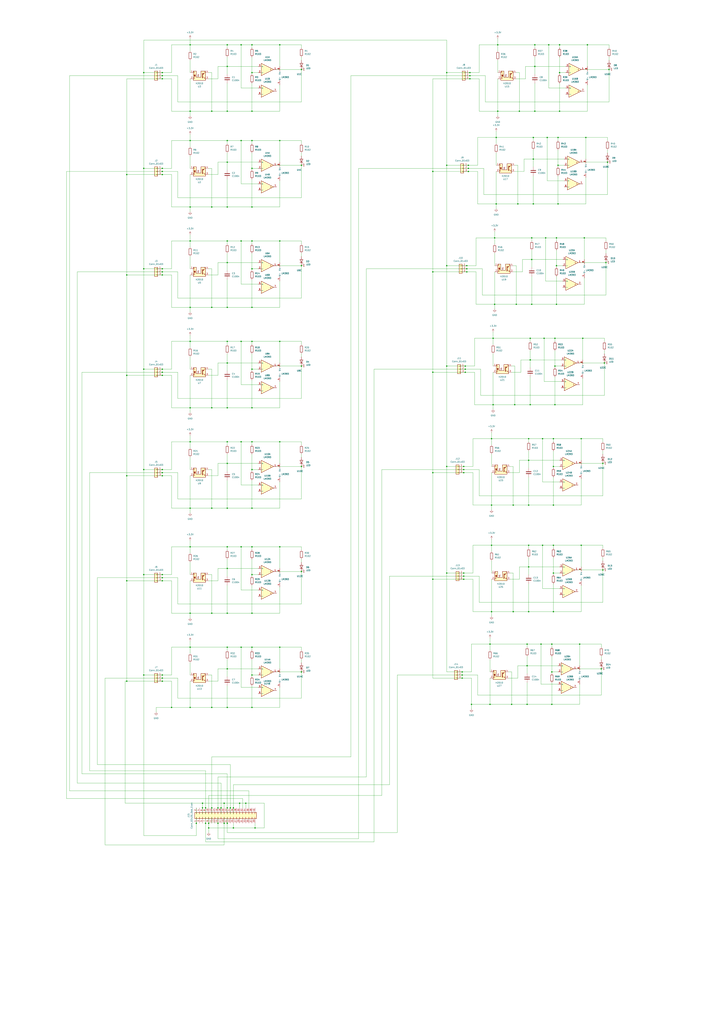
<source format=kicad_sch>
(kicad_sch (version 20231120) (generator "eeschema") (generator_version "8.0")
  (paper "A1" portrait)
  (title_block (title "Beecounter") (date "03.06.2024") (rev "0.5") (company "Apis mellifera"))
  (junction (at 367.03 135.89))
  (junction (at 186.69 381))
  (junction (at 207.01 280.67))
  (junction (at 173.99 504.19))
  (junction (at 118.11 472.44))
  (junction (at 207.01 115.57))
  (junction (at 186.69 252.73))
  (junction (at 381 471.17))
  (junction (at 198.12 449.58))
  (junction (at 381 473.71))
  (junction (at 133.35 143.51))
  (junction (at 424.18 250.19))
  (junction (at 407.67 167.64))
  (junction (at 382.27 303.53))
  (junction (at 166.37 664.21))
  (junction (at 133.35 472.44))
  (junction (at 367.03 59.69))
  (junction (at 133.35 64.77))
  (junction (at 186.69 280.67))
  (junction (at 207.01 59.69))
  (junction (at 457.2 250.19))
  (junction (at 355.6 140.97))
  (junction (at 133.35 477.52))
  (junction (at 383.54 223.52))
  (junction (at 156.21 198.12))
  (junction (at 118.11 386.08))
  (junction (at 425.45 167.64))
  (junction (at 207.01 449.58))
  (junction (at 499.11 133.35))
  (junction (at 173.99 417.83))
  (junction (at 133.35 560.07))
  (junction (at 133.35 140.97))
  (junction (at 207.01 303.53))
  (junction (at 457.2 218.44))
  (junction (at 156.21 91.44))
  (junction (at 118.11 220.98))
  (junction (at 229.87 198.12))
  (junction (at 247.65 552.45))
  (junction (at 186.69 215.9))
  (junction (at 173.99 664.21))
  (junction (at 384.81 138.43))
  (junction (at 156.21 581.66))
  (junction (at 156.21 417.83))
  (junction (at 420.37 579.12))
  (junction (at 133.35 474.98))
  (junction (at 247.65 135.89))
  (junction (at 405.13 278.13))
  (junction (at 247.65 57.15))
  (junction (at 118.11 303.53))
  (junction (at 198.12 36.83))
  (junction (at 140.97 581.66))
  (junction (at 133.35 554.99))
  (junction (at 179.07 664.21))
  (junction (at 434.34 378.46))
  (junction (at 184.15 660.4))
  (junction (at 355.6 306.07))
  (junction (at 118.11 138.43))
  (junction (at 207.01 170.18))
  (junction (at 207.01 581.66))
  (junction (at 229.87 449.58))
  (junction (at 455.93 300.99))
  (junction (at 459.74 59.69))
  (junction (at 209.55 680.72))
  (junction (at 168.91 676.91))
  (junction (at 458.47 135.89))
  (junction (at 481.33 113.03))
  (junction (at 383.54 220.98))
  (junction (at 403.86 448.31))
  (junction (at 434.34 415.29))
  (junction (at 436.88 213.36))
  (junction (at 186.69 36.83))
  (junction (at 459.74 91.44))
  (junction (at 381 476.25))
  (junction (at 454.66 471.17))
  (junction (at 186.69 298.45))
  (junction (at 198.12 363.22))
  (junction (at 186.69 198.12))
  (junction (at 133.35 386.08))
  (junction (at 104.14 391.16))
  (junction (at 436.88 195.58))
  (junction (at 453.39 552.45))
  (junction (at 408.94 36.83))
  (junction (at 383.54 218.44))
  (junction (at 445.77 360.68))
  (junction (at 406.4 250.19))
  (junction (at 459.74 36.83))
  (junction (at 229.87 36.83))
  (junction (at 156.21 280.67))
  (junction (at 104.14 477.52))
  (junction (at 448.31 195.58))
  (junction (at 433.07 579.12))
  (junction (at 133.35 138.43))
  (junction (at 438.15 130.81))
  (junction (at 173.99 252.73))
  (junction (at 402.59 579.12))
  (junction (at 118.11 554.99))
  (junction (at 367.03 218.44))
  (junction (at 173.99 91.44))
  (junction (at 381 383.54))
  (junction (at 161.29 676.91))
  (junction (at 476.25 529.59))
  (junction (at 156.21 170.18))
  (junction (at 477.52 360.68))
  (junction (at 379.73 557.53))
  (junction (at 422.91 332.74))
  (junction (at 207.01 504.19))
  (junction (at 433.07 547.37))
  (junction (at 367.03 471.17))
  (junction (at 104.14 226.06))
  (junction (at 438.15 113.03))
  (junction (at 186.69 91.44))
  (junction (at 198.12 198.12))
  (junction (at 198.12 532.13))
  (junction (at 247.65 300.99))
  (junction (at 382.27 300.99))
  (junction (at 454.66 448.31))
  (junction (at 434.34 360.68))
  (junction (at 104.14 143.51))
  (junction (at 186.69 133.35))
  (junction (at 133.35 59.69))
  (junction (at 355.6 388.62))
  (junction (at 156.21 115.57))
  (junction (at 171.45 676.91))
  (junction (at 207.01 386.08))
  (junction (at 379.73 552.45))
  (junction (at 179.07 676.91))
  (junction (at 184.15 676.91))
  (junction (at 435.61 295.91))
  (junction (at 186.69 115.57))
  (junction (at 186.69 170.18))
  (junction (at 381 388.62))
  (junction (at 455.93 278.13))
  (junction (at 454.66 502.92))
  (junction (at 168.91 664.21))
  (junction (at 207.01 335.28))
  (junction (at 497.84 215.9))
  (junction (at 186.69 581.66))
  (junction (at 173.99 170.18))
  (junction (at 104.14 308.61))
  (junction (at 133.35 306.07))
  (junction (at 186.69 532.13))
  (junction (at 496.57 298.45))
  (junction (at 186.69 335.28))
  (junction (at 444.5 529.59))
  (junction (at 454.66 360.68))
  (junction (at 403.86 360.68))
  (junction (at 387.35 579.12))
  (junction (at 386.08 64.77))
  (junction (at 478.79 278.13))
  (junction (at 133.35 62.23))
  (junction (at 207.01 363.22))
  (junction (at 156.21 449.58))
  (junction (at 229.87 532.13))
  (junction (at 171.45 680.72))
  (junction (at 482.6 36.83))
  (junction (at 439.42 91.44))
  (junction (at 181.61 664.21))
  (junction (at 118.11 59.69))
  (junction (at 382.27 306.07))
  (junction (at 384.81 135.89))
  (junction (at 386.08 59.69))
  (junction (at 495.3 468.63))
  (junction (at 133.35 388.62))
  (junction (at 434.34 448.31))
  (junction (at 207.01 36.83))
  (junction (at 439.42 54.61))
  (junction (at 421.64 502.92))
  (junction (at 201.93 660.4))
  (junction (at 403.86 502.92))
  (junction (at 386.08 62.23))
  (junction (at 189.23 664.21))
  (junction (at 247.65 383.54))
  (junction (at 439.42 36.83))
  (junction (at 104.14 560.07))
  (junction (at 156.21 363.22))
  (junction (at 434.34 466.09))
  (junction (at 207.01 472.44))
  (junction (at 229.87 280.67))
  (junction (at 379.73 554.99))
  (junction (at 229.87 363.22))
  (junction (at 207.01 532.13))
  (junction (at 447.04 278.13))
  (junction (at 186.69 549.91))
  (junction (at 191.77 680.72))
  (junction (at 426.72 91.44))
  (junction (at 186.69 417.83))
  (junction (at 436.88 250.19))
  (junction (at 453.39 579.12))
  (junction (at 355.6 223.52))
  (junction (at 381 386.08))
  (junction (at 408.94 91.44))
  (junction (at 133.35 391.16))
  (junction (at 133.35 557.53))
  (junction (at 207.01 198.12))
  (junction (at 457.2 195.58))
  (junction (at 133.35 223.52))
  (junction (at 156.21 36.83))
  (junction (at 367.03 383.54))
  (junction (at 402.59 529.59))
  (junction (at 207.01 220.98))
  (junction (at 458.47 113.03))
  (junction (at 229.87 115.57))
  (junction (at 198.12 115.57))
  (junction (at 133.35 220.98))
  (junction (at 191.77 664.21))
  (junction (at 454.66 415.29))
  (junction (at 403.86 415.29))
  (junction (at 355.6 476.25))
  (junction (at 207.01 91.44))
  (junction (at 495.3 381))
  (junction (at 173.99 581.66))
  (junction (at 367.03 300.99))
  (junction (at 186.69 504.19))
  (junction (at 207.01 252.73))
  (junction (at 186.69 54.61))
  (junction (at 435.61 278.13))
  (junction (at 480.06 195.58))
  (junction (at 477.52 448.31))
  (junction (at 438.15 167.64))
  (junction (at 449.58 113.03))
  (junction (at 133.35 308.61))
  (junction (at 247.65 469.9))
  (junction (at 458.47 167.64))
  (junction (at 454.66 383.54))
  (junction (at 186.69 449.58))
  (junction (at 435.61 332.74))
  (junction (at 186.69 676.91))
  (junction (at 207.01 138.43))
  (junction (at 445.77 448.31))
  (junction (at 156.21 504.19))
  (junction (at 186.69 363.22))
  (junction (at 421.64 415.29))
  (junction (at 186.69 467.36))
  (junction (at 207.01 554.99))
  (junction (at 453.39 529.59))
  (junction (at 156.21 532.13))
  (junction (at 406.4 195.58))
  (junction (at 186.69 664.21))
  (junction (at 384.81 140.97))
  (junction (at 433.07 529.59))
  (junction (at 247.65 218.44))
  (junction (at 166.37 660.4))
  (junction (at 455.93 332.74))
  (junction (at 207.01 417.83))
  (junction (at 494.03 549.91))
  (junction (at 198.12 280.67))
  (junction (at 133.35 226.06))
  (junction (at 407.67 113.03))
  (junction (at 173.99 335.28))
  (junction (at 156.21 335.28))
  (junction (at 405.13 332.74))
  (junction (at 156.21 252.73))
  (junction (at 450.85 36.83))
  (junction (at 133.35 303.53))
  (junction (at 196.85 660.4))
  (junction (at 500.38 57.15))
  (junction (at 434.34 502.92))
  (wire (pts (xy 421.64 502.92) (xy 434.34 502.92)))
  (wire (pts (xy 179.07 391.16) (xy 179.07 381)))
  (wire (pts (xy 394.97 325.12) (xy 394.97 303.53)))
  (wire (pts (xy 156.21 193.04) (xy 156.21 198.12)))
  (wire (pts (xy 54.61 140.97) (xy 54.61 656.59)))
  (wire (pts (xy 388.62 383.54) (xy 388.62 360.68)))
  (wire (pts (xy 435.61 295.91) (xy 435.61 288.29)))
  (wire (pts (xy 436.88 213.36) (xy 462.28 213.36)))
  (wire (pts (xy 186.69 280.67) (xy 198.12 280.67)))
  (wire (pts (xy 171.45 59.69) (xy 173.99 59.69)))
  (wire (pts (xy 186.69 671.83) (xy 186.69 676.91)))
  (wire (pts (xy 198.12 485.14) (xy 198.12 449.58)))
  (wire (pts (xy 499.11 133.35) (xy 499.11 160.02)))
  (wire (pts (xy 426.72 388.62) (xy 426.72 378.46)))
  (wire (pts (xy 168.91 633.73) (xy 168.91 664.21)))
  (wire (pts (xy 86.36 557.53) (xy 86.36 694.69)))
  (wire (pts (xy 207.01 280.67) (xy 207.01 283.21)))
  (wire (pts (xy 406.4 200.66) (xy 406.4 195.58)))
  (wire (pts (xy 430.53 130.81) (xy 438.15 130.81)))
  (wire (pts (xy 161.29 676.91) (xy 161.29 687.07)))
  (wire (pts (xy 207.01 303.53) (xy 207.01 304.8)))
  (wire (pts (xy 431.8 54.61) (xy 439.42 54.61)))
  (wire (pts (xy 212.09 59.69) (xy 207.01 59.69)))
  (wire (pts (xy 402.59 542.29) (xy 402.59 552.45)))
  (wire (pts (xy 313.69 654.05) (xy 171.45 654.05)))
  (wire (pts (xy 454.66 360.68) (xy 454.66 363.22)))
  (wire (pts (xy 207.01 373.38) (xy 207.01 386.08)))
  (wire (pts (xy 247.65 532.13) (xy 247.65 534.67)))
  (wire (pts (xy 171.45 226.06) (xy 179.07 226.06)))
  (wire (pts (xy 156.21 560.07) (xy 156.21 581.66)))
  (wire (pts (xy 247.65 36.83) (xy 247.65 39.37)))
  (wire (pts (xy 388.62 502.92) (xy 403.86 502.92)))
  (wire (pts (xy 449.58 113.03) (xy 458.47 113.03)))
  (wire (pts (xy 247.65 162.56) (xy 146.05 162.56)))
  (wire (pts (xy 198.12 280.67) (xy 207.01 280.67)))
  (wire (pts (xy 133.35 62.23) (xy 146.05 62.23)))
  (wire (pts (xy 445.77 483.87) (xy 459.74 483.87)))
  (wire (pts (xy 382.27 306.07) (xy 389.89 306.07)))
  (wire (pts (xy 247.65 449.58) (xy 247.65 452.12)))
  (wire (pts (xy 454.66 448.31) (xy 454.66 450.85)))
  (wire (pts (xy 480.06 250.19) (xy 457.2 250.19)))
  (wire (pts (xy 179.07 477.52) (xy 179.07 467.36)))
  (wire (pts (xy 367.03 33.02) (xy 118.11 33.02)))
  (wire (pts (xy 433.07 547.37) (xy 433.07 553.72)))
  (wire (pts (xy 367.03 471.17) (xy 367.03 552.45)))
  (wire (pts (xy 186.69 68.58) (xy 186.69 91.44)))
  (wire (pts (xy 212.09 472.44) (xy 207.01 472.44)))
  (wire (pts (xy 478.79 311.15) (xy 478.79 332.74)))
  (wire (pts (xy 355.6 140.97) (xy 384.81 140.97)))
  (wire (pts (xy 207.01 198.12) (xy 207.01 200.66)))
  (wire (pts (xy 494.03 549.91) (xy 494.03 571.5)))
  (wire (pts (xy 247.65 459.74) (xy 247.65 462.28)))
  (wire (pts (xy 198.12 449.58) (xy 207.01 449.58)))
  (wire (pts (xy 207.01 290.83) (xy 207.01 303.53)))
  (wire (pts (xy 499.11 160.02) (xy 397.51 160.02)))
  (wire (pts (xy 184.15 660.4) (xy 196.85 660.4)))
  (wire (pts (xy 436.88 213.36) (xy 436.88 219.71)))
  (wire (pts (xy 434.34 480.06) (xy 434.34 502.92)))
  (wire (pts (xy 408.94 49.53) (xy 408.94 59.69)))
  (wire (pts (xy 436.88 213.36) (xy 436.88 205.74)))
  (wire (pts (xy 186.69 449.58) (xy 198.12 449.58)))
  (wire (pts (xy 186.69 467.36) (xy 212.09 467.36)))
  (wire (pts (xy 140.97 504.19) (xy 156.21 504.19)))
  (wire (pts (xy 156.21 170.18) (xy 156.21 173.99)))
  (wire (pts (xy 396.24 242.57) (xy 396.24 220.98)))
  (wire (pts (xy 171.45 671.83) (xy 171.45 676.91)))
  (wire (pts (xy 198.12 72.39) (xy 212.09 72.39)))
  (wire (pts (xy 434.34 378.46) (xy 434.34 384.81)))
  (wire (pts (xy 104.14 477.52) (xy 133.35 477.52)))
  (wire (pts (xy 140.97 449.58) (xy 156.21 449.58)))
  (wire (pts (xy 445.77 448.31) (xy 454.66 448.31)))
  (wire (pts (xy 247.65 373.38) (xy 247.65 375.92)))
  (wire (pts (xy 477.52 360.68) (xy 477.52 378.46)))
  (wire (pts (xy 477.52 502.92) (xy 454.66 502.92)))
  (wire (pts (xy 140.97 59.69) (xy 140.97 36.83)))
  (wire (pts (xy 227.33 383.54) (xy 247.65 383.54)))
  (wire (pts (xy 184.15 671.83) (xy 184.15 676.91)))
  (wire (pts (xy 355.6 223.52) (xy 355.6 140.97)))
  (wire (pts (xy 198.12 316.23) (xy 212.09 316.23)))
  (wire (pts (xy 229.87 198.12) (xy 229.87 215.9)))
  (wire (pts (xy 171.45 303.53) (xy 173.99 303.53)))
  (wire (pts (xy 247.65 552.45) (xy 247.65 574.04)))
  (wire (pts (xy 447.04 313.69) (xy 447.04 278.13)))
  (wire (pts (xy 168.91 692.15) (xy 168.91 676.91)))
  (wire (pts (xy 458.47 123.19) (xy 458.47 135.89)))
  (wire (pts (xy 63.5 223.52) (xy 63.5 643.89)))
  (wire (pts (xy 421.64 223.52) (xy 429.26 223.52)))
  (wire (pts (xy 438.15 144.78) (xy 438.15 167.64)))
  (wire (pts (xy 140.97 91.44) (xy 156.21 91.44)))
  (wire (pts (xy 454.66 458.47) (xy 454.66 471.17)))
  (wire (pts (xy 426.72 378.46) (xy 434.34 378.46)))
  (wire (pts (xy 229.87 115.57) (xy 247.65 115.57)))
  (wire (pts (xy 133.35 474.98) (xy 146.05 474.98)))
  (wire (pts (xy 481.33 113.03) (xy 481.33 130.81)))
  (wire (pts (xy 198.12 198.12) (xy 207.01 198.12)))
  (wire (pts (xy 156.21 477.52) (xy 156.21 504.19)))
  (wire (pts (xy 73.66 388.62) (xy 73.66 633.73)))
  (wire (pts (xy 392.43 167.64) (xy 407.67 167.64)))
  (wire (pts (xy 355.6 388.62) (xy 355.6 306.07)))
  (wire (pts (xy 118.11 33.02) (xy 118.11 59.69)))
  (wire (pts (xy 421.64 415.29) (xy 434.34 415.29)))
  (wire (pts (xy 500.38 83.82) (xy 398.78 83.82)))
  (wire (pts (xy 212.09 220.98) (xy 207.01 220.98)))
  (wire (pts (xy 186.69 133.35) (xy 212.09 133.35)))
  (wire (pts (xy 186.69 229.87) (xy 186.69 252.73)))
  (wire (pts (xy 459.74 59.69) (xy 459.74 60.96)))
  (wire (pts (xy 435.61 309.88) (xy 435.61 332.74)))
  (wire (pts (xy 434.34 360.68) (xy 434.34 363.22)))
  (wire (pts (xy 156.21 293.37) (xy 156.21 303.53)))
  (wire (pts (xy 166.37 660.4) (xy 184.15 660.4)))
  (wire (pts (xy 247.65 574.04) (xy 146.05 574.04)))
  (wire (pts (xy 80.01 628.65) (xy 189.23 628.65)))
  (wire (pts (xy 179.07 133.35) (xy 186.69 133.35)))
  (wire (pts (xy 355.6 223.52) (xy 383.54 223.52)))
  (wire (pts (xy 209.55 676.91) (xy 209.55 680.72)))
  (wire (pts (xy 140.97 143.51) (xy 140.97 170.18)))
  (wire (pts (xy 464.82 59.69) (xy 459.74 59.69)))
  (wire (pts (xy 453.39 529.59) (xy 453.39 532.13)))
  (wire (pts (xy 419.1 471.17) (xy 421.64 471.17)))
  (wire (pts (xy 156.21 64.77) (xy 156.21 91.44)))
  (wire (pts (xy 189.23 628.65) (xy 189.23 664.21)))
  (wire (pts (xy 186.69 54.61) (xy 212.09 54.61)))
  (wire (pts (xy 435.61 332.74) (xy 455.93 332.74)))
  (wire (pts (xy 186.69 215.9) (xy 186.69 222.25)))
  (wire (pts (xy 406.4 190.5) (xy 406.4 195.58)))
  (wire (pts (xy 392.43 113.03) (xy 407.67 113.03)))
  (wire (pts (xy 495.3 381) (xy 495.3 407.67)))
  (wire (pts (xy 212.09 138.43) (xy 207.01 138.43)))
  (wire (pts (xy 191.77 680.72) (xy 209.55 680.72)))
  (wire (pts (xy 454.66 383.54) (xy 454.66 384.81)))
  (wire (pts (xy 140.97 252.73) (xy 156.21 252.73)))
  (wire (pts (xy 247.65 469.9) (xy 247.65 496.57)))
  (wire (pts (xy 367.03 300.99) (xy 367.03 218.44)))
  (wire (pts (xy 173.99 472.44) (xy 173.99 504.19)))
  (wire (pts (xy 458.47 552.45) (xy 453.39 552.45)))
  (wire (pts (xy 173.99 417.83) (xy 186.69 417.83)))
  (wire (pts (xy 389.89 332.74) (xy 405.13 332.74)))
  (wire (pts (xy 198.12 233.68) (xy 198.12 198.12)))
  (wire (pts (xy 207.01 125.73) (xy 207.01 138.43)))
  (wire (pts (xy 179.07 298.45) (xy 186.69 298.45)))
  (wire (pts (xy 386.08 64.77) (xy 393.7 64.77)))
  (wire (pts (xy 480.06 57.15) (xy 500.38 57.15)))
  (wire (pts (xy 247.65 83.82) (xy 146.05 83.82)))
  (wire (pts (xy 161.29 664.21) (xy 161.29 669.29)))
  (wire (pts (xy 449.58 148.59) (xy 449.58 113.03)))
  (wire (pts (xy 355.6 64.77) (xy 386.08 64.77)))
  (wire (pts (xy 355.6 557.53) (xy 379.73 557.53)))
  (wire (pts (xy 405.13 290.83) (xy 405.13 300.99)))
  (wire (pts (xy 173.99 170.18) (xy 186.69 170.18)))
  (wire (pts (xy 140.97 417.83) (xy 156.21 417.83)))
  (wire (pts (xy 367.03 300.99) (xy 382.27 300.99)))
  (wire (pts (xy 186.69 549.91) (xy 212.09 549.91)))
  (wire (pts (xy 313.69 386.08) (xy 381 386.08)))
  (wire (pts (xy 495.3 458.47) (xy 495.3 461.01)))
  (wire (pts (xy 229.87 449.58) (xy 229.87 467.36)))
  (wire (pts (xy 449.58 148.59) (xy 463.55 148.59)))
  (wire (pts (xy 405.13 332.74) (xy 422.91 332.74)))
  (wire (pts (xy 307.34 692.15) (xy 168.91 692.15)))
  (wire (pts (xy 405.13 306.07) (xy 405.13 332.74)))
  (wire (pts (xy 247.65 57.15) (xy 247.65 83.82)))
  (wire (pts (xy 207.01 459.74) (xy 207.01 472.44)))
  (wire (pts (xy 444.5 562.61) (xy 458.47 562.61)))
  (wire (pts (xy 217.17 680.72) (xy 209.55 680.72)))
  (wire (pts (xy 391.16 223.52) (xy 391.16 250.19)))
  (wire (pts (xy 156.21 504.19) (xy 173.99 504.19)))
  (wire (pts (xy 173.99 622.3) (xy 173.99 664.21)))
  (wire (pts (xy 156.21 203.2) (xy 156.21 198.12)))
  (wire (pts (xy 186.69 170.18) (xy 207.01 170.18)))
  (wire (pts (xy 477.52 215.9) (xy 497.84 215.9)))
  (wire (pts (xy 422.91 135.89) (xy 425.45 135.89)))
  (wire (pts (xy 288.29 622.3) (xy 173.99 622.3)))
  (wire (pts (xy 393.7 59.69) (xy 393.7 36.83)))
  (wire (pts (xy 406.4 195.58) (xy 436.88 195.58)))
  (wire (pts (xy 439.42 54.61) (xy 439.42 46.99)))
  (wire (pts (xy 207.01 554.99) (xy 207.01 556.26)))
  (wire (pts (xy 500.38 57.15) (xy 500.38 83.82)))
  (wire (pts (xy 173.99 581.66) (xy 156.21 581.66)))
  (wire (pts (xy 444.5 529.59) (xy 453.39 529.59)))
  (wire (pts (xy 320.04 473.71) (xy 320.04 645.16)))
  (wire (pts (xy 384.81 135.89) (xy 392.43 135.89)))
  (wire (pts (xy 54.61 656.59) (xy 199.39 656.59)))
  (wire (pts (xy 426.72 476.25) (xy 426.72 466.09)))
  (wire (pts (xy 417.83 557.53) (xy 425.45 557.53)))
  (wire (pts (xy 171.45 560.07) (xy 179.07 560.07)))
  (wire (pts (xy 402.59 529.59) (xy 433.07 529.59)))
  (wire (pts (xy 355.6 476.25) (xy 381 476.25)))
  (wire (pts (xy 326.39 554.99) (xy 379.73 554.99)))
  (wire (pts (xy 118.11 220.98) (xy 133.35 220.98)))
  (wire (pts (xy 229.87 252.73) (xy 207.01 252.73)))
  (wire (pts (xy 355.6 557.53) (xy 355.6 476.25)))
  (wire (pts (xy 181.61 664.21) (xy 181.61 669.29)))
  (wire (pts (xy 207.01 532.13) (xy 229.87 532.13)))
  (wire (pts (xy 478.79 332.74) (xy 455.93 332.74)))
  (wire (pts (xy 173.99 671.83) (xy 173.99 676.91)))
  (wire (pts (xy 496.57 298.45) (xy 496.57 325.12)))
  (wire (pts (xy 67.31 636.27) (xy 186.69 636.27)))
  (wire (pts (xy 474.98 468.63) (xy 495.3 468.63)))
  (wire (pts (xy 133.35 306.07) (xy 146.05 306.07)))
  (wire (pts (xy 186.69 36.83) (xy 198.12 36.83)))
  (wire (pts (xy 204.47 664.21) (xy 204.47 650.24)))
  (wire (pts (xy 184.15 694.69) (xy 184.15 676.91)))
  (wire (pts (xy 480.06 195.58) (xy 497.84 195.58)))
  (wire (pts (xy 288.29 62.23) (xy 386.08 62.23)))
  (wire (pts (xy 247.65 125.73) (xy 247.65 128.27)))
  (wire (pts (xy 403.86 373.38) (xy 403.86 383.54)))
  (wire (pts (xy 307.34 303.53) (xy 307.34 692.15)))
  (wire (pts (xy 497.84 195.58) (xy 497.84 198.12)))
  (wire (pts (xy 454.66 471.17) (xy 454.66 472.44)))
  (wire (pts (xy 434.34 415.29) (xy 454.66 415.29)))
  (wire (pts (xy 387.35 557.53) (xy 387.35 579.12)))
  (wire (pts (xy 497.84 205.74) (xy 497.84 208.28)))
  (wire (pts (xy 247.65 218.44) (xy 247.65 245.11)))
  (wire (pts (xy 500.38 36.83) (xy 500.38 39.37)))
  (wire (pts (xy 207.01 280.67) (xy 229.87 280.67)))
  (wire (pts (xy 433.07 561.34) (xy 433.07 579.12)))
  (wire (pts (xy 207.01 312.42) (xy 207.01 335.28)))
  (wire (pts (xy 457.2 227.33) (xy 457.2 250.19)))
  (wire (pts (xy 198.12 151.13) (xy 212.09 151.13)))
  (wire (pts (xy 403.86 443.23) (xy 403.86 448.31)))
  (wire (pts (xy 173.99 554.99) (xy 173.99 581.66)))
  (wire (pts (xy 198.12 532.13) (xy 207.01 532.13)))
  (wire (pts (xy 140.97 363.22) (xy 156.21 363.22)))
  (wire (pts (xy 156.21 532.13) (xy 186.69 532.13)))
  (wire (pts (xy 140.97 226.06) (xy 140.97 252.73)))
  (wire (pts (xy 118.11 220.98) (xy 118.11 303.53)))
  (wire (pts (xy 156.21 417.83) (xy 156.21 421.64)))
  (wire (pts (xy 104.14 560.07) (xy 133.35 560.07)))
  (wire (pts (xy 171.45 143.51) (xy 179.07 143.51)))
  (wire (pts (xy 207.01 138.43) (xy 207.01 139.7)))
  (wire (pts (xy 118.11 386.08) (xy 118.11 472.44)))
  (wire (pts (xy 388.62 448.31) (xy 403.86 448.31)))
  (wire (pts (xy 156.21 308.61) (xy 156.21 335.28)))
  (wire (pts (xy 146.05 83.82) (xy 146.05 62.23)))
  (wire (pts (xy 140.97 198.12) (xy 156.21 198.12)))
  (wire (pts (xy 355.6 306.07) (xy 355.6 223.52)))
  (wire (pts (xy 477.52 481.33) (xy 477.52 502.92)))
  (wire (pts (xy 447.04 278.13) (xy 455.93 278.13)))
  (wire (pts (xy 186.69 684.53) (xy 186.69 676.91)))
  (wire (pts (xy 146.05 245.11) (xy 146.05 223.52)))
  (wire (pts (xy 207.01 481.33) (xy 207.01 504.19)))
  (wire (pts (xy 381 471.17) (xy 388.62 471.17)))
  (wire (pts (xy 229.87 231.14) (xy 229.87 252.73)))
  (wire (pts (xy 207.01 363.22) (xy 207.01 365.76)))
  (wire (pts (xy 54.61 140.97) (xy 133.35 140.97)))
  (wire (pts (xy 495.3 448.31) (xy 495.3 450.85)))
  (wire (pts (xy 80.01 474.98) (xy 133.35 474.98)))
  (wire (pts (xy 191.77 676.91) (xy 191.77 680.72)))
  (wire (pts (xy 156.21 91.44) (xy 173.99 91.44)))
  (wire (pts (xy 186.69 54.61) (xy 186.69 60.96)))
  (wire (pts (xy 424.18 59.69) (xy 426.72 59.69)))
  (wire (pts (xy 140.97 220.98) (xy 140.97 198.12)))
  (wire (pts (xy 391.16 218.44) (xy 391.16 195.58)))
  (wire (pts (xy 229.87 482.6) (xy 229.87 504.19)))
  (wire (pts (xy 480.06 195.58) (xy 480.06 213.36)))
  (wire (pts (xy 462.28 218.44) (xy 457.2 218.44)))
  (wire (pts (xy 118.11 59.69) (xy 133.35 59.69)))
  (wire (pts (xy 156.21 275.59) (xy 156.21 280.67)))
  (wire (pts (xy 391.16 250.19) (xy 406.4 250.19)))
  (wire (pts (xy 207.01 115.57) (xy 229.87 115.57)))
  (wire (pts (xy 186.69 549.91) (xy 186.69 542.29)))
  (wire (pts (xy 407.67 113.03) (xy 438.15 113.03)))
  (wire (pts (xy 207.01 208.28) (xy 207.01 220.98)))
  (wire (pts (xy 403.86 448.31) (xy 434.34 448.31)))
  (wire (pts (xy 478.79 278.13) (xy 496.57 278.13)))
  (wire (pts (xy 326.39 554.99) (xy 326.39 684.53)))
  (wire (pts (xy 229.87 313.69) (xy 229.87 335.28)))
  (wire (pts (xy 476.25 529.59) (xy 476.25 547.37)))
  (wire (pts (xy 146.05 574.04) (xy 146.05 557.53)))
  (wire (pts (xy 445.77 360.68) (xy 454.66 360.68)))
  (wire (pts (xy 457.2 205.74) (xy 457.2 218.44)))
  (wire (pts (xy 229.87 565.15) (xy 229.87 581.66)))
  (wire (pts (xy 478.79 133.35) (xy 499.11 133.35)))
  (wire (pts (xy 434.34 466.09) (xy 434.34 472.44)))
  (wire (pts (xy 186.69 280.67) (xy 186.69 283.21)))
  (wire (pts (xy 387.35 552.45) (xy 387.35 529.59)))
  (wire (pts (xy 156.21 226.06) (xy 156.21 252.73)))
  (wire (pts (xy 434.34 448.31) (xy 434.34 450.85)))
  (wire (pts (xy 140.97 554.99) (xy 140.97 532.13)))
  (wire (pts (xy 173.99 220.98) (xy 173.99 252.73)))
  (wire (pts (xy 168.91 671.83) (xy 168.91 676.91)))
  (wire (pts (xy 247.65 383.54) (xy 247.65 410.21)))
  (wire (pts (xy 186.69 133.35) (xy 186.69 139.7)))
  (wire (pts (xy 227.33 300.99) (xy 247.65 300.99)))
  (wire (pts (xy 405.13 273.05) (xy 405.13 278.13)))
  (wire (pts (xy 229.87 532.13) (xy 247.65 532.13)))
  (wire (pts (xy 495.3 407.67) (xy 393.7 407.67)))
  (wire (pts (xy 422.91 300.99) (xy 422.91 332.74)))
  (wire (pts (xy 104.14 226.06) (xy 133.35 226.06)))
  (wire (pts (xy 179.07 676.91) (xy 179.07 689.61)))
  (wire (pts (xy 186.69 563.88) (xy 186.69 581.66)))
  (wire (pts (xy 133.35 472.44) (xy 140.97 472.44)))
  (wire (pts (xy 73.66 388.62) (xy 133.35 388.62)))
  (wire (pts (xy 453.39 552.45) (xy 453.39 553.72)))
  (wire (pts (xy 247.65 300.99) (xy 247.65 327.66)))
  (wire (pts (xy 179.07 560.07) (xy 179.07 549.91)))
  (wire (pts (xy 186.69 504.19) (xy 207.01 504.19)))
  (wire (pts (xy 156.21 285.75) (xy 156.21 280.67)))
  (wire (pts (xy 229.87 417.83) (xy 207.01 417.83)))
  (wire (pts (xy 247.65 198.12) (xy 247.65 200.66)))
  (wire (pts (xy 173.99 303.53) (xy 173.99 335.28)))
  (wire (pts (xy 179.07 215.9) (xy 186.69 215.9)))
  (wire (pts (xy 118.11 687.07) (xy 161.29 687.07)))
  (wire (pts (xy 454.66 392.43) (xy 454.66 415.29)))
  (wire (pts (xy 133.35 388.62) (xy 146.05 388.62)))
  (wire (pts (xy 494.03 529.59) (xy 494.03 532.13)))
  (wire (pts (xy 454.66 480.06) (xy 454.66 502.92)))
  (wire (pts (xy 480.06 228.6) (xy 480.06 250.19)))
  (wire (pts (xy 320.04 645.16) (xy 191.77 645.16)))
  (wire (pts (xy 133.35 303.53) (xy 140.97 303.53)))
  (wire (pts (xy 67.31 306.07) (xy 133.35 306.07)))
  (wire (pts (xy 186.69 363.22) (xy 186.69 365.76)))
  (wire (pts (xy 104.14 64.77) (xy 104.14 143.51)))
  (wire (pts (xy 355.6 64.77) (xy 355.6 140.97)))
  (wire (pts (xy 355.6 388.62) (xy 381 388.62)))
  (wire (pts (xy 482.6 91.44) (xy 459.74 91.44)))
  (wire (pts (xy 186.69 581.66) (xy 173.99 581.66)))
  (wire (pts (xy 198.12 151.13) (xy 198.12 115.57)))
  (wire (pts (xy 173.99 335.28) (xy 186.69 335.28)))
  (wire (pts (xy 434.34 378.46) (xy 434.34 370.84)))
  (wire (pts (xy 455.93 278.13) (xy 455.93 280.67)))
  (wire (pts (xy 247.65 363.22) (xy 247.65 365.76)))
  (wire (pts (xy 389.89 306.07) (xy 389.89 332.74)))
  (wire (pts (xy 133.35 308.61) (xy 140.97 308.61)))
  (wire (pts (xy 156.21 252.73) (xy 156.21 256.54)))
  (wire (pts (xy 433.07 579.12) (xy 420.37 579.12)))
  (wire (pts (xy 439.42 54.61) (xy 439.42 60.96)))
  (wire (pts (xy 407.67 167.64) (xy 425.45 167.64)))
  (wire (pts (xy 392.43 135.89) (xy 392.43 113.03)))
  (wire (pts (xy 499.11 123.19) (xy 499.11 125.73)))
  (wire (pts (xy 406.4 250.19) (xy 424.18 250.19)))
  (wire (pts (xy 408.94 91.44) (xy 426.72 91.44)))
  (wire (pts (xy 156.21 391.16) (xy 156.21 417.83)))
  (wire (pts (xy 207.01 46.99) (xy 207.01 59.69)))
  (wire (pts (xy 191.77 664.21) (xy 191.77 669.29)))
  (wire (pts (xy 381 476.25) (xy 388.62 476.25)))
  (wire (pts (xy 133.35 560.07) (xy 140.97 560.07)))
  (wire (pts (xy 67.31 306.07) (xy 67.31 636.27)))
  (wire (pts (xy 403.86 388.62) (xy 403.86 415.29)))
  (wire (pts (xy 146.05 162.56) (xy 146.05 140.97)))
  (wire (pts (xy 367.03 59.69) (xy 367.03 33.02)))
  (wire (pts (xy 186.69 467.36) (xy 186.69 459.74)))
  (wire (pts (xy 186.69 115.57) (xy 186.69 118.11)))
  (wire (pts (xy 156.21 252.73) (xy 173.99 252.73)))
  (wire (pts (xy 402.59 524.51) (xy 402.59 529.59)))
  (wire (pts (xy 393.7 407.67) (xy 393.7 386.08)))
  (wire (pts (xy 179.07 308.61) (xy 179.07 298.45)))
  (wire (pts (xy 307.34 303.53) (xy 382.27 303.53)))
  (wire (pts (xy 403.86 476.25) (xy 403.86 502.92)))
  (wire (pts (xy 247.65 410.21) (xy 146.05 410.21)))
  (wire (pts (xy 403.86 415.29) (xy 421.64 415.29)))
  (wire (pts (xy 207.01 394.97) (xy 207.01 417.83)))
  (wire (pts (xy 207.01 147.32) (xy 207.01 170.18)))
  (wire (pts (xy 403.86 453.39) (xy 403.86 448.31)))
  (wire (pts (xy 171.45 391.16) (xy 179.07 391.16)))
  (wire (pts (xy 173.99 252.73) (xy 186.69 252.73)))
  (wire (pts (xy 494.03 571.5) (xy 392.43 571.5)))
  (wire (pts (xy 455.93 300.99) (xy 455.93 302.26)))
  (wire (pts (xy 367.03 135.89) (xy 384.81 135.89)))
  (wire (pts (xy 408.94 64.77) (xy 408.94 91.44)))
  (wire (pts (xy 57.15 62.23) (xy 57.15 650.24)))
  (wire (pts (xy 156.21 143.51) (xy 156.21 170.18)))
  (wire (pts (xy 425.45 547.37) (xy 433.07 547.37)))
  (wire (pts (xy 247.65 135.89) (xy 247.65 162.56)))
  (wire (pts (xy 133.35 64.77) (xy 140.97 64.77)))
  (wire (pts (xy 133.35 143.51) (xy 140.97 143.51)))
  (wire (pts (xy 63.5 643.89) (xy 181.61 643.89)))
  (wire (pts (xy 140.97 477.52) (xy 140.97 504.19)))
  (wire (pts (xy 435.61 295.91) (xy 435.61 302.26)))
  (wire (pts (xy 217.17 660.4) (xy 217.17 680.72)))
  (wire (pts (xy 457.2 218.44) (xy 457.2 219.71)))
  (wire (pts (xy 482.6 69.85) (xy 482.6 91.44)))
  (wire (pts (xy 433.07 529.59) (xy 444.5 529.59)))
  (wire (pts (xy 481.33 113.03) (xy 499.11 113.03)))
  (wire (pts (xy 118.11 554.99) (xy 133.35 554.99)))
  (wire (pts (xy 420.37 306.07) (xy 427.99 306.07)))
  (wire (pts (xy 229.87 504.19) (xy 207.01 504.19)))
  (wire (pts (xy 407.67 140.97) (xy 407.67 167.64)))
  (wire (pts (xy 450.85 72.39) (xy 450.85 36.83)))
  (wire (pts (xy 247.65 496.57) (xy 146.05 496.57)))
  (wire (pts (xy 391.16 195.58) (xy 406.4 195.58)))
  (wire (pts (xy 229.87 91.44) (xy 207.01 91.44)))
  (wire (pts (xy 439.42 54.61) (xy 464.82 54.61)))
  (wire (pts (xy 294.64 138.43) (xy 294.64 689.61)))
  (wire (pts (xy 455.93 278.13) (xy 478.79 278.13)))
  (wire (pts (xy 455.93 288.29) (xy 455.93 300.99)))
  (wire (pts (xy 439.42 68.58) (xy 439.42 91.44)))
  (wire (pts (xy 454.66 448.31) (xy 477.52 448.31)))
  (wire (pts (xy 146.05 496.57) (xy 146.05 474.98)))
  (wire (pts (xy 496.57 288.29) (xy 496.57 290.83)))
  (wire (pts (xy 367.03 383.54) (xy 381 383.54)))
  (wire (pts (xy 102.87 660.4) (xy 166.37 660.4)))
  (wire (pts (xy 405.13 283.21) (xy 405.13 278.13)))
  (wire (pts (xy 247.65 280.67) (xy 247.65 283.21)))
  (wire (pts (xy 444.5 562.61) (xy 444.5 529.59)))
  (wire (pts (xy 495.3 495.3) (xy 393.7 495.3)))
  (wire (pts (xy 171.45 64.77) (xy 179.07 64.77)))
  (wire (pts (xy 247.65 208.28) (xy 247.65 210.82)))
  (wire (pts (xy 406.4 223.52) (xy 406.4 250.19)))
  (wire (pts (xy 179.07 143.51) (xy 179.07 133.35)))
  (wire (pts (xy 494.03 539.75) (xy 494.03 542.29)))
  (wire (pts (xy 402.59 579.12) (xy 387.35 579.12)))
  (wire (pts (xy 186.69 381) (xy 186.69 373.38)))
  (wire (pts (xy 419.1 388.62) (xy 426.72 388.62)))
  (wire (pts (xy 448.31 231.14) (xy 448.31 195.58)))
  (wire (pts (xy 156.21 335.28) (xy 173.99 335.28)))
  (wire (pts (xy 73.66 633.73) (xy 168.91 633.73)))
  (wire (pts (xy 156.21 363.22) (xy 186.69 363.22)))
  (wire (pts (xy 191.77 645.16) (xy 191.77 664.21)))
  (wire (pts (xy 406.4 208.28) (xy 406.4 218.44)))
  (wire (pts (xy 207.01 581.66) (xy 186.69 581.66)))
  (wire (pts (xy 184.15 664.21) (xy 184.15 660.4)))
  (wire (pts (xy 367.03 135.89) (xy 367.03 59.69)))
  (wire (pts (xy 186.69 481.33) (xy 186.69 504.19)))
  (wire (pts (xy 425.45 557.53) (xy 425.45 547.37)))
  (wire (pts (xy 179.07 671.83) (xy 179.07 676.91)))
  (wire (pts (xy 229.87 335.28) (xy 207.01 335.28)))
  (wire (pts (xy 133.35 59.69) (xy 140.97 59.69)))
  (wire (pts (xy 118.11 303.53) (xy 118.11 386.08)))
  (wire (pts (xy 140.97 303.53) (xy 140.97 280.67)))
  (wire (pts (xy 140.97 335.28) (xy 156.21 335.28)))
  (wire (pts (xy 300.99 220.98) (xy 300.99 638.81)))
  (wire (pts (xy 227.33 57.15) (xy 247.65 57.15)))
  (wire (pts (xy 189.23 664.21) (xy 189.23 669.29)))
  (wire (pts (xy 403.86 355.6) (xy 403.86 360.68)))
  (wire (pts (xy 156.21 198.12) (xy 186.69 198.12)))
  (wire (pts (xy 156.21 110.49) (xy 156.21 115.57)))
  (wire (pts (xy 499.11 113.03) (xy 499.11 115.57)))
  (wire (pts (xy 424.18 250.19) (xy 436.88 250.19)))
  (wire (pts (xy 459.74 36.83) (xy 482.6 36.83)))
  (wire (pts (xy 186.69 215.9) (xy 212.09 215.9)))
  (wire (pts (xy 207.01 68.58) (xy 207.01 91.44)))
  (wire (pts (xy 186.69 549.91) (xy 186.69 556.26)))
  (wire (pts (xy 403.86 502.92) (xy 421.64 502.92)))
  (wire (pts (xy 156.21 335.28) (xy 156.21 339.09)))
  (wire (pts (xy 229.87 36.83) (xy 247.65 36.83)))
  (wire (pts (xy 133.35 554.99) (xy 140.97 554.99)))
  (wire (pts (xy 212.09 386.08) (xy 207.01 386.08)))
  (wire (pts (xy 454.66 360.68) (xy 477.52 360.68)))
  (wire (pts (xy 453.39 561.34) (xy 453.39 579.12)))
  (wire (pts (xy 408.94 31.75) (xy 408.94 36.83)))
  (wire (pts (xy 453.39 539.75) (xy 453.39 552.45)))
  (wire (pts (xy 408.94 36.83) (xy 439.42 36.83)))
  (wire (pts (xy 495.3 468.63) (xy 495.3 495.3)))
  (wire (pts (xy 445.77 396.24) (xy 445.77 360.68)))
  (wire (pts (xy 381 473.71) (xy 393.7 473.71)))
  (wire (pts (xy 403.86 415.29) (xy 403.86 419.1)))
  (wire (pts (xy 247.65 245.11) (xy 146.05 245.11)))
  (wire (pts (xy 229.87 280.67) (xy 247.65 280.67)))
  (wire (pts (xy 367.03 552.45) (xy 379.73 552.45)))
  (wire (pts (xy 398.78 83.82) (xy 398.78 62.23)))
  (wire (pts (xy 436.88 195.58) (xy 436.88 198.12)))
  (wire (pts (xy 459.74 46.99) (xy 459.74 59.69)))
  (wire (pts (xy 481.33 146.05) (xy 481.33 167.64)))
  (wire (pts (xy 459.74 383.54) (xy 454.66 383.54)))
  (wire (pts (xy 229.87 280.67) (xy 229.87 298.45)))
  (wire (pts (xy 156.21 170.18) (xy 173.99 170.18)))
  (wire (pts (xy 171.45 220.98) (xy 173.99 220.98)))
  (wire (pts (xy 382.27 300.99) (xy 389.89 300.99)))
  (wire (pts (xy 146.05 410.21) (xy 146.05 388.62)))
  (wire (pts (xy 450.85 72.39) (xy 464.82 72.39)))
  (wire (pts (xy 420.37 552.45) (xy 420.37 579.12)))
  (wire (pts (xy 173.99 386.08) (xy 173.99 417.83)))
  (wire (pts (xy 133.35 140.97) (xy 146.05 140.97)))
  (wire (pts (xy 379.73 552.45) (xy 387.35 552.45)))
  (wire (pts (xy 186.69 252.73) (xy 207.01 252.73)))
  (wire (pts (xy 196.85 664.21) (xy 196.85 660.4)))
  (wire (pts (xy 207.01 449.58) (xy 207.01 452.12)))
  (wire (pts (xy 427.99 306.07) (xy 427.99 295.91)))
  (wire (pts (xy 436.88 227.33) (xy 436.88 250.19)))
  (wire (pts (xy 426.72 91.44) (xy 439.42 91.44)))
  (wire (pts (xy 381 383.54) (xy 388.62 383.54)))
  (wire (pts (xy 407.67 125.73) (xy 407.67 135.89)))
  (wire (pts (xy 198.12 36.83) (xy 207.01 36.83)))
  (wire (pts (xy 430.53 140.97) (xy 430.53 130.81)))
  (wire (pts (xy 313.69 386.08) (xy 313.69 654.05)))
  (wire (pts (xy 140.97 36.83) (xy 156.21 36.83)))
  (wire (pts (xy 186.69 91.44) (xy 207.01 91.44)))
  (wire (pts (xy 227.33 552.45) (xy 247.65 552.45)))
  (wire (pts (xy 381 388.62) (xy 388.62 388.62)))
  (wire (pts (xy 445.77 483.87) (xy 445.77 448.31)))
  (wire (pts (xy 367.03 383.54) (xy 367.03 471.17)))
  (wire (pts (xy 408.94 41.91) (xy 408.94 36.83)))
  (wire (pts (xy 427.99 295.91) (xy 435.61 295.91)))
  (wire (pts (xy 140.97 560.07) (xy 140.97 581.66)))
  (wire (pts (xy 207.01 542.29) (xy 207.01 554.99)))
  (wire (pts (xy 166.37 660.4) (xy 166.37 664.21)))
  (wire (pts (xy 207.01 229.87) (xy 207.01 252.73)))
  (wire (pts (xy 408.94 91.44) (xy 408.94 95.25)))
  (wire (pts (xy 118.11 472.44) (xy 133.35 472.44)))
  (wire (pts (xy 207.01 220.98) (xy 207.01 222.25)))
  (wire (pts (xy 392.43 140.97) (xy 392.43 167.64)))
  (wire (pts (xy 495.3 370.84) (xy 495.3 373.38)))
  (wire (pts (xy 383.54 218.44) (xy 391.16 218.44)))
  (wire (pts (xy 367.03 218.44) (xy 383.54 218.44)))
  (wire (pts (xy 379.73 554.99) (xy 392.43 554.99)))
  (wire (pts (xy 171.45 138.43) (xy 173.99 138.43)))
  (wire (pts (xy 140.97 532.13) (xy 156.21 532.13)))
  (wire (pts (xy 434.34 466.09) (xy 434.34 458.47)))
  (wire (pts (xy 438.15 167.64) (xy 458.47 167.64)))
  (wire (pts (xy 118.11 303.53) (xy 133.35 303.53)))
  (wire (pts (xy 294.64 138.43) (xy 384.81 138.43)))
  (wire (pts (xy 171.45 680.72) (xy 191.77 680.72)))
  (wire (pts (xy 453.39 529.59) (xy 476.25 529.59)))
  (wire (pts (xy 156.21 280.67) (xy 186.69 280.67)))
  (wire (pts (xy 247.65 327.66) (xy 146.05 327.66)))
  (wire (pts (xy 140.97 170.18) (xy 156.21 170.18)))
  (wire (pts (xy 434.34 448.31) (xy 445.77 448.31)))
  (wire (pts (xy 186.69 312.42) (xy 186.69 335.28)))
  (wire (pts (xy 133.35 391.16) (xy 140.97 391.16)))
  (wire (pts (xy 294.64 689.61) (xy 179.07 689.61)))
  (wire (pts (xy 168.91 664.21) (xy 168.91 669.29)))
  (wire (pts (xy 156.21 454.66) (xy 156.21 449.58)))
  (wire (pts (xy 140.97 391.16) (xy 140.97 417.83)))
  (wire (pts (xy 104.14 143.51) (xy 133.35 143.51)))
  (wire (pts (xy 435.61 278.13) (xy 435.61 280.67)))
  (wire (pts (xy 186.69 467.36) (xy 186.69 473.71)))
  (wire (pts (xy 403.86 502.92) (xy 403.86 506.73)))
  (wire (pts (xy 207.01 449.58) (xy 229.87 449.58)))
  (wire (pts (xy 403.86 360.68) (xy 434.34 360.68)))
  (wire (pts (xy 497.84 242.57) (xy 396.24 242.57)))
  (wire (pts (xy 207.01 198.12) (xy 229.87 198.12)))
  (wire (pts (xy 407.67 167.64) (xy 407.67 171.45)))
  (wire (pts (xy 431.8 64.77) (xy 431.8 54.61)))
  (wire (pts (xy 133.35 226.06) (xy 140.97 226.06)))
  (wire (pts (xy 186.69 417.83) (xy 207.01 417.83)))
  (wire (pts (xy 198.12 316.23) (xy 198.12 280.67)))
  (wire (pts (xy 405.13 332.74) (xy 405.13 336.55)))
  (wire (pts (xy 171.45 676.91) (xy 171.45 680.72)))
  (wire (pts (xy 229.87 170.18) (xy 207.01 170.18)))
  (wire (pts (xy 156.21 544.83) (xy 156.21 554.99)))
  (wire (pts (xy 118.11 59.69) (xy 118.11 138.43)))
  (wire (pts (xy 367.03 59.69) (xy 386.08 59.69)))
  (wire (pts (xy 171.45 654.05) (xy 171.45 664.21)))
  (wire (pts (xy 199.39 664.21) (xy 199.39 656.59)))
  (wire (pts (xy 434.34 378.46) (xy 459.74 378.46)))
  (wire (pts (xy 212.09 554.99) (xy 207.01 554.99)))
  (wire (pts (xy 207.01 36.83) (xy 229.87 36.83)))
  (wire (pts (xy 367.03 471.17) (xy 381 471.17)))
  (wire (pts (xy 386.08 59.69) (xy 393.7 59.69)))
  (wire (pts (xy 198.12 565.15) (xy 198.12 532.13)))
  (wire (pts (xy 386.08 62.23) (xy 398.78 62.23)))
  (wire (pts (xy 156.21 36.83) (xy 186.69 36.83)))
  (wire (pts (xy 424.18 64.77) (xy 431.8 64.77)))
  (wire (pts (xy 383.54 223.52) (xy 391.16 223.52)))
  (wire (pts (xy 434.34 360.68) (xy 445.77 360.68)))
  (wire (pts (xy 104.14 560.07) (xy 104.14 477.52)))
  (wire (pts (xy 104.14 308.61) (xy 133.35 308.61)))
  (wire (pts (xy 381 386.08) (xy 393.7 386.08)))
  (wire (pts (xy 407.67 118.11) (xy 407.67 113.03)))
  (wire (pts (xy 433.07 529.59) (xy 433.07 532.13)))
  (wire (pts (xy 140.97 138.43) (xy 140.97 115.57)))
  (wire (pts (xy 118.11 138.43) (xy 118.11 220.98)))
  (wire (pts (xy 118.11 472.44) (xy 118.11 554.99)))
  (wire (pts (xy 186.69 36.83) (xy 186.69 39.37)))
  (wire (pts (xy 429.26 223.52) (xy 429.26 213.36)))
  (wire (pts (xy 186.69 381) (xy 186.69 387.35)))
  (wire (pts (xy 476.25 562.61) (xy 476.25 579.12)))
  (wire (pts (xy 179.07 467.36) (xy 186.69 467.36)))
  (wire (pts (xy 173.99 138.43) (xy 173.99 170.18)))
  (wire (pts (xy 445.77 396.24) (xy 459.74 396.24)))
  (wire (pts (xy 229.87 363.22) (xy 229.87 381)))
  (wire (pts (xy 161.29 671.83) (xy 161.29 676.91)))
  (wire (pts (xy 166.37 664.21) (xy 166.37 669.29)))
  (wire (pts (xy 435.61 278.13) (xy 447.04 278.13)))
  (wire (pts (xy 198.12 398.78) (xy 212.09 398.78)))
  (wire (pts (xy 63.5 223.52) (xy 133.35 223.52)))
  (wire (pts (xy 86.36 557.53) (xy 133.35 557.53)))
  (wire (pts (xy 198.12 363.22) (xy 207.01 363.22)))
  (wire (pts (xy 201.93 664.21) (xy 201.93 660.4)))
  (wire (pts (xy 186.69 532.13) (xy 186.69 534.67)))
  (wire (pts (xy 156.21 449.58) (xy 186.69 449.58)))
  (wire (pts (xy 201.93 660.4) (xy 217.17 660.4)))
  (wire (pts (xy 179.07 638.81) (xy 179.07 664.21)))
  (wire (pts (xy 438.15 130.81) (xy 463.55 130.81)))
  (wire (pts (xy 459.74 68.58) (xy 459.74 91.44)))
  (wire (pts (xy 458.47 113.03) (xy 481.33 113.03)))
  (wire (pts (xy 227.33 469.9) (xy 247.65 469.9)))
  (wire (pts (xy 397.51 160.02) (xy 397.51 138.43)))
  (wire (pts (xy 403.86 461.01) (xy 403.86 471.17)))
  (wire (pts (xy 198.12 72.39) (xy 198.12 36.83)))
  (wire (pts (xy 477.52 415.29) (xy 454.66 415.29)))
  (wire (pts (xy 128.27 581.66) (xy 140.97 581.66)))
  (wire (pts (xy 300.99 220.98) (xy 383.54 220.98)))
  (wire (pts (xy 439.42 91.44) (xy 459.74 91.44)))
  (wire (pts (xy 402.59 534.67) (xy 402.59 529.59)))
  (wire (pts (xy 212.09 303.53) (xy 207.01 303.53)))
  (wire (pts (xy 229.87 69.85) (xy 229.87 91.44)))
  (wire (pts (xy 424.18 218.44) (xy 424.18 250.19)))
  (wire (pts (xy 326.39 684.53) (xy 186.69 684.53)))
  (wire (pts (xy 86.36 694.69) (xy 184.15 694.69)))
  (wire (pts (xy 156.21 120.65) (xy 156.21 115.57)))
  (wire (pts (xy 133.35 557.53) (xy 146.05 557.53)))
  (wire (pts (xy 247.65 290.83) (xy 247.65 293.37)))
  (wire (pts (xy 198.12 565.15) (xy 212.09 565.15)))
  (wire (pts (xy 434.34 466.09) (xy 459.74 466.09)))
  (wire (pts (xy 186.69 449.58) (xy 186.69 452.12)))
  (wire (pts (xy 104.14 391.16) (xy 133.35 391.16)))
  (wire (pts (xy 156.21 368.3) (xy 156.21 363.22)))
  (wire (pts (xy 355.6 306.07) (xy 382.27 306.07)))
  (wire (pts (xy 496.57 325.12) (xy 394.97 325.12)))
  (wire (pts (xy 417.83 552.45) (xy 420.37 552.45)))
  (wire (pts (xy 104.14 226.06) (xy 104.14 143.51)))
  (wire (pts (xy 247.65 542.29) (xy 247.65 544.83)))
  (wire (pts (xy 140.97 280.67) (xy 156.21 280.67)))
  (wire (pts (xy 179.07 226.06) (xy 179.07 215.9)))
  (wire (pts (xy 500.38 46.99) (xy 500.38 49.53)))
  (wire (pts (xy 140.97 308.61) (xy 140.97 335.28)))
  (wire (pts (xy 495.3 360.68) (xy 495.3 363.22)))
  (wire (pts (xy 118.11 386.08) (xy 133.35 386.08)))
  (wire (pts (xy 156.21 358.14) (xy 156.21 363.22)))
  (wire (pts (xy 229.87 532.13) (xy 229.87 549.91)))
  (wire (pts (xy 186.69 198.12) (xy 186.69 200.66)))
  (wire (pts (xy 104.14 64.77) (xy 133.35 64.77)))
  (wire (pts (xy 439.42 36.83) (xy 439.42 39.37)))
  (wire (pts (xy 186.69 636.27) (xy 186.69 664.21)))
  (wire (pts (xy 156.21 504.19) (xy 156.21 508)))
  (wire (pts (xy 403.86 365.76) (xy 403.86 360.68)))
  (wire (pts (xy 186.69 394.97) (xy 186.69 417.83)))
  (wire (pts (xy 186.69 115.57) (xy 198.12 115.57)))
  (wire (pts (xy 207.01 472.44) (xy 207.01 473.71)))
  (wire (pts (xy 420.37 300.99) (xy 422.91 300.99)))
  (wire (pts (xy 186.69 298.45) (xy 186.69 290.83)))
  (wire (pts (xy 459.74 36.83) (xy 459.74 39.37)))
  (wire (pts (xy 102.87 560.07) (xy 104.14 560.07)))
  (wire (pts (xy 173.99 91.44) (xy 186.69 91.44)))
  (wire (pts (xy 229.87 36.83) (xy 229.87 54.61)))
  (wire (pts (xy 133.35 386.08) (xy 140.97 386.08)))
  (wire (pts (xy 133.35 220.98) (xy 140.97 220.98)))
  (wire (pts (xy 288.29 62.23) (xy 288.29 622.3)))
  (wire (pts (xy 156.21 581.66) (xy 140.97 581.66)))
  (wire (pts (xy 453.39 579.12) (xy 476.25 579.12)))
  (wire (pts (xy 229.87 396.24) (xy 229.87 417.83)))
  (wire (pts (xy 140.97 64.77) (xy 140.97 91.44)))
  (wire (pts (xy 388.62 471.17) (xy 388.62 448.31)))
  (wire (pts (xy 229.87 148.59) (xy 229.87 170.18)))
  (wire (pts (xy 118.11 138.43) (xy 133.35 138.43)))
  (wire (pts (xy 186.69 147.32) (xy 186.69 170.18)))
  (wire (pts (xy 156.21 417.83) (xy 173.99 417.83)))
  (wire (pts (xy 459.74 471.17) (xy 454.66 471.17)))
  (wire (pts (xy 384.81 140.97) (xy 392.43 140.97)))
  (wire (pts (xy 198.12 485.14) (xy 212.09 485.14)))
  (wire (pts (xy 454.66 370.84) (xy 454.66 383.54)))
  (wire (pts (xy 448.31 231.14) (xy 462.28 231.14)))
  (wire (pts (xy 393.7 64.77) (xy 393.7 91.44)))
  (wire (pts (xy 173.99 59.69) (xy 173.99 91.44)))
  (wire (pts (xy 104.14 308.61) (xy 104.14 226.06)))
  (wire (pts (xy 388.62 360.68) (xy 403.86 360.68)))
  (wire (pts (xy 179.07 638.81) (xy 300.99 638.81)))
  (wire (pts (xy 383.54 220.98) (xy 396.24 220.98)))
  (wire (pts (xy 476.25 298.45) (xy 496.57 298.45)))
  (wire (pts (xy 422.91 332.74) (xy 435.61 332.74)))
  (wire (pts (xy 434.34 502.92) (xy 454.66 502.92)))
  (wire (pts (xy 156.21 210.82) (xy 156.21 220.98)))
  (wire (pts (xy 387.35 579.12) (xy 387.35 582.93)))
  (wire (pts (xy 179.07 54.61) (xy 186.69 54.61)))
  (wire (pts (xy 320.04 473.71) (xy 381 473.71)))
  (wire (pts (xy 186.69 363.22) (xy 198.12 363.22)))
  (wire (pts (xy 207.01 563.88) (xy 207.01 581.66)))
  (wire (pts (xy 176.53 675.64) (xy 176.53 676.91)))
  (wire (pts (xy 458.47 113.03) (xy 458.47 115.57)))
  (wire (pts (xy 436.88 250.19) (xy 457.2 250.19)))
  (wire (pts (xy 186.69 532.13) (xy 198.12 532.13)))
  (wire (pts (xy 473.71 549.91) (xy 494.03 549.91)))
  (wire (pts (xy 355.6 476.25) (xy 355.6 388.62)))
  (wire (pts (xy 156.21 444.5) (xy 156.21 449.58)))
  (wire (pts (xy 227.33 218.44) (xy 247.65 218.44)))
  (wire (pts (xy 439.42 36.83) (xy 450.85 36.83)))
  (wire (pts (xy 478.79 278.13) (xy 478.79 295.91)))
  (wire (pts (xy 426.72 59.69) (xy 426.72 91.44)))
  (wire (pts (xy 229.87 363.22) (xy 247.65 363.22)))
  (wire (pts (xy 474.98 381) (xy 495.3 381)))
  (wire (pts (xy 207.01 386.08) (xy 207.01 387.35)))
  (wire (pts (xy 425.45 167.64) (xy 438.15 167.64)))
  (wire (pts (xy 421.64 383.54) (xy 421.64 415.29)))
  (wire (pts (xy 156.21 462.28) (xy 156.21 472.44)))
  (wire (pts (xy 438.15 130.81) (xy 438.15 137.16)))
  (wire (pts (xy 455.93 309.88) (xy 455.93 332.74)))
  (wire (pts (xy 229.87 115.57) (xy 229.87 133.35)))
  (wire (pts (xy 433.07 579.12) (xy 453.39 579.12)))
  (wire (pts (xy 156.21 115.57) (xy 186.69 115.57)))
  (wire (pts (xy 171.45 308.61) (xy 179.07 308.61)))
  (wire (pts (xy 104.14 391.16) (xy 104.14 308.61)))
  (wire (pts (xy 229.87 449.58) (xy 247.65 449.58)))
  (wire (pts (xy 198.12 398.78) (xy 198.12 363.22)))
  (wire (pts (xy 461.01 300.99) (xy 455.93 300.99)))
  (wire (pts (xy 496.57 278.13) (xy 496.57 280.67)))
  (wire (pts (xy 173.99 664.21) (xy 173.99 669.29)))
  (wire (pts (xy 497.84 215.9) (xy 497.84 242.57)))
  (wire (pts (xy 156.21 91.44) (xy 156.21 95.25)))
  (wire (pts (xy 477.52 448.31) (xy 495.3 448.31)))
  (wire (pts (xy 392.43 571.5) (xy 392.43 554.99)))
  (wire (pts (xy 171.45 386.08) (xy 173.99 386.08)))
  (wire (pts (xy 80.01 474.98) (xy 80.01 628.65)))
  (wire (pts (xy 186.69 335.28) (xy 207.01 335.28)))
  (wire (pts (xy 118.11 687.07) (xy 118.11 554.99)))
  (wire (pts (xy 457.2 195.58) (xy 457.2 198.12)))
  (wire (pts (xy 433.07 547.37) (xy 433.07 539.75)))
  (wire (pts (xy 458.47 144.78) (xy 458.47 167.64)))
  (wire (pts (xy 407.67 107.95) (xy 407.67 113.03)))
  (wire (pts (xy 181.61 664.21) (xy 181.61 643.89)))
  (wire (pts (xy 393.7 91.44) (xy 408.94 91.44)))
  (wire (pts (xy 229.87 581.66) (xy 207.01 581.66)))
  (wire (pts (xy 476.25 529.59) (xy 494.03 529.59)))
  (wire (pts (xy 140.97 386.08) (xy 140.97 363.22)))
  (wire (pts (xy 434.34 392.43) (xy 434.34 415.29)))
  (wire (pts (xy 421.64 471.17) (xy 421.64 502.92)))
  (wire (pts (xy 388.62 476.25) (xy 388.62 502.92)))
  (wire (pts (xy 482.6 36.83) (xy 500.38 36.83)))
  (wire (pts (xy 198.12 233.68) (xy 212.09 233.68)))
  (wire (pts (xy 207.01 363.22) (xy 229.87 363.22)))
  (wire (pts (xy 156.21 49.53) (xy 156.21 59.69)))
  (wire (pts (xy 229.87 198.12) (xy 247.65 198.12)))
  (wire (pts (xy 186.69 54.61) (xy 186.69 46.99)))
  (wire (pts (xy 227.33 135.89) (xy 247.65 135.89)))
  (wire (pts (xy 477.52 448.31) (xy 477.52 466.09)))
  (wire (pts (xy 448.31 195.58) (xy 457.2 195.58)))
  (wire (pts (xy 171.45 680.72) (xy 171.45 684.53)))
  (wire (pts (xy 133.35 138.43) (xy 140.97 138.43)))
  (wire (pts (xy 128.27 581.66) (xy 128.27 585.47)))
  (wire (pts (xy 384.81 138.43) (xy 397.51 138.43)))
  (wire (pts (xy 171.45 477.52) (xy 179.07 477.52)))
  (wire (pts (xy 179.07 381) (xy 186.69 381)))
  (wire (pts (xy 388.62 415.29) (xy 403.86 415.29)))
  (wire (pts (xy 458.47 135.89) (xy 458.47 137.16)))
  (wire (pts (xy 179.07 549.91) (xy 186.69 549.91)))
  (wire (pts (xy 186.69 215.9) (xy 186.69 208.28)))
  (wire (pts (xy 186.69 381) (xy 212.09 381)))
  (wire (pts (xy 436.88 195.58) (xy 448.31 195.58)))
  (wire (pts (xy 405.13 278.13) (xy 435.61 278.13)))
  (wire (pts (xy 477.52 393.7) (xy 477.52 415.29)))
  (wire (pts (xy 57.15 650.24) (xy 204.47 650.24)))
  (wire (pts (xy 422.91 140.97) (xy 430.53 140.97)))
  (wire (pts (xy 438.15 130.81) (xy 438.15 123.19)))
  (wire (pts (xy 447.04 313.69) (xy 461.01 313.69)))
  (wire (pts (xy 406.4 250.19) (xy 406.4 254)))
  (wire (pts (xy 140.97 472.44) (xy 140.97 449.58)))
  (wire (pts (xy 207.01 115.57) (xy 207.01 118.11)))
  (wire (pts (xy 186.69 133.35) (xy 186.69 125.73)))
  (wire (pts (xy 207.01 532.13) (xy 207.01 534.67)))
  (wire (pts (xy 156.21 41.91) (xy 156.21 36.83)))
  (wire (pts (xy 171.45 472.44) (xy 173.99 472.44)))
  (wire (pts (xy 481.33 167.64) (xy 458.47 167.64)))
  (wire (pts (xy 419.1 383.54) (xy 421.64 383.54)))
  (wire (pts (xy 102.87 560.07) (xy 102.87 660.4)))
  (wire (pts (xy 156.21 537.21) (xy 156.21 532.13)))
  (wire (pts (xy 198.12 115.57) (xy 207.01 115.57)))
  (wire (pts (xy 477.52 360.68) (xy 495.3 360.68)))
  (wire (pts (xy 457.2 195.58) (xy 480.06 195.58)))
  (wire (pts (xy 104.14 477.52) (xy 104.14 391.16)))
  (wire (pts (xy 425.45 135.89) (xy 425.45 167.64)))
  (wire (pts (xy 156.21 31.75) (xy 156.21 36.83)))
  (wire (pts (xy 402.59 557.53) (xy 402.59 579.12)))
  (wire (pts (xy 186.69 298.45) (xy 212.09 298.45)))
  (wire (pts (xy 450.85 36.83) (xy 459.74 36.83)))
  (wire (pts (xy 140.97 115.57) (xy 156.21 115.57)))
  (wire (pts (xy 186.69 664.21) (xy 186.69 669.29)))
  (wire (pts (xy 186.69 198.12) (xy 198.12 198.12)))
  (wire (pts (xy 421.64 218.44) (xy 424.18 218.44)))
  (wire (pts (xy 438.15 113.03) (xy 449.58 113.03)))
  (wire (pts (xy 433.07 547.37) (xy 458.47 547.37)))
  (wire (pts (xy 463.55 135.89) (xy 458.47 135.89)))
  (wire (pts (xy 387.35 529.59) (xy 402.59 529.59)))
  (wire (pts (xy 382.27 303.53) (xy 394.97 303.53)))
  (wire (pts (xy 247.65 115.57) (xy 247.65 118.11)))
  (wire (pts (xy 438.15 113.03) (xy 438.15 115.57)))
  (wire (pts (xy 393.7 495.3) (xy 393.7 473.71)))
  (wire (pts (xy 388.62 388.62) (xy 388.62 415.29)))
  (wire (pts (xy 133.35 223.52) (xy 146.05 223.52)))
  (wire (pts (xy 426.72 466.09) (xy 434.34 466.09)))
  (wire (pts (xy 207.01 59.69) (xy 207.01 60.96)))
  (wire (pts (xy 389.89 300.99) (xy 389.89 278.13)))
  (wire (pts (xy 207.01 36.83) (xy 207.01 39.37)))
  (wire (pts (xy 367.03 135.89) (xy 367.03 218.44)))
  (wire (pts (xy 367.03 300.99) (xy 367.03 383.54)))
  (wire (pts (xy 393.7 36.83) (xy 408.94 36.83)))
  (wire (pts (xy 247.65 46.99) (xy 247.65 49.53)))
  (wire (pts (xy 171.45 554.99) (xy 173.99 554.99)))
  (wire (pts (xy 156.21 527.05) (xy 156.21 532.13)))
  (wire (pts (xy 173.99 504.19) (xy 186.69 504.19)))
  (wire (pts (xy 156.21 128.27) (xy 156.21 138.43)))
  (wire (pts (xy 402.59 579.12) (xy 420.37 579.12)))
  (wire (pts (xy 482.6 36.83) (xy 482.6 54.61)))
  (wire (pts (xy 429.26 213.36) (xy 436.88 213.36)))
  (wire (pts (xy 186.69 298.45) (xy 186.69 304.8)))
  (wire (pts (xy 196.85 660.4) (xy 201.93 660.4)))
  (wire (pts (xy 133.35 477.52) (xy 140.97 477.52)))
  (wire (pts (xy 179.07 664.21) (xy 179.07 665.48)))
  (wire (pts (xy 57.15 62.23) (xy 133.35 62.23)))
  (wire (pts (xy 146.05 327.66) (xy 146.05 306.07)))
  (wire (pts (xy 379.73 557.53) (xy 387.35 557.53)))
  (wire (pts (xy 389.89 278.13) (xy 405.13 278.13)))
  (wire (pts (xy 179.07 64.77) (xy 179.07 54.61)))
  (wire (pts (xy 419.1 476.25) (xy 426.72 476.25)))
  (wire (pts (xy 156.21 375.92) (xy 156.21 386.08)))
  (wire (pts (xy 435.61 295.91) (xy 461.01 295.91)))
  (symbol (lib_id "Device:R") (at 434.34 367.03 180) (unit 1)
    (property "Reference" "R57" (at 436.88 365.7599 0) (effects (justify right)))
    (property "Value" "R103" (at 436.88 368.2999 0) (effects (justify right)))
    (property "Footprint" "Resistor_SMD:R_0603_1608Metric_Pad0.98x0.95mm_HandSolder" (effects (hide yes)))
    (property "Description" "Resistor" (effects (hide yes)))
  )
  (symbol (lib_id "Device:R") (at 186.69 204.47 180) (unit 1)
    (property "Reference" "R12" (at 189.23 203.1999 0) (effects (justify right)))
    (property "Value" "R103" (at 189.23 205.7399 0) (effects (justify right)))
    (property "Footprint" "Resistor_SMD:R_0603_1608Metric_Pad0.98x0.95mm_HandSolder" (effects (hide yes)))
    (property "Description" "Resistor" (effects (hide yes)))
  )
  (symbol (lib_id "Sensor_Proximity:ITR9608-F") (at 416.56 62.23 0) (unit 1)
    (property "Reference" "U15" (at 416.56 71.12 0))
    (property "Value" "H2010" (at 416.56 68.58 0))
    (property "Footprint" "Library:Gabellichtschranke 10mm" (effects (hide yes)))
    (property "Datasheet" "https://www.everlighteurope.com/custom/files/datasheets/DRX-0000076.pdf" (effects (hide yes)))
    (property "Description" "Photointerrupter infrared LED with photo IC, -25 to +85 degree Celsius" (effects (hide yes)))
  )
  (symbol (lib_id "Comparator:LM393") (at 472.44 57.15 0) (unit 1)
    (property "Reference" "U16" (at 472.44 46.99 0))
    (property "Value" "LM393" (at 472.44 49.53 0))
    (property "Footprint" "Package_SO:SOIC-8_3.9x4.9mm_P1.27mm" (effects (hide yes)))
    (property "Datasheet" "http://www.ti.com/lit/ds/symlink/lm393.pdf" (effects (hide yes)))
    (property "Description" "Low-Power, Low-Offset Voltage, Dual Comparators, DIP-8/SOIC-8/TO-99-8" (effects (hide yes)))
  )
  (symbol (lib_id "Device:LED") (at 496.57 294.64 90) (unit 1)
    (property "Reference" "D11" (at 500.38 294.9574 90) (effects (justify right)))
    (property "Value" "LED" (at 500.38 297.4974 90) (effects (justify right)))
    (property "Footprint" "LED_SMD:LED_0603_1608Metric_Pad1.05x0.95mm_HandSolder" (effects (hide yes)))
    (property "Description" "Light emitting diode" (effects (hide yes)))
  )
  (symbol (lib_id "Device:R") (at 156.21 289.56 0) (unit 1)
    (property "Reference" "R16" (at 158.75 288.2899 0) (effects (justify left)))
    (property "Value" "R102" (at 158.75 290.8299 0) (effects (justify left)))
    (property "Footprint" "Resistor_SMD:R_0603_1608Metric_Pad0.98x0.95mm_HandSolder" (effects (hide yes)))
    (property "Description" "Resistor" (effects (hide yes)))
  )
  (symbol (lib_id "Device:C") (at 433.07 557.53 0) (unit 1)
    (property "Reference" "C14" (at 436.88 556.2599 0) (effects (justify left)))
    (property "Value" "C100n" (at 436.88 558.7999 0) (effects (justify left)))
    (property "Footprint" "Capacitor_SMD:C_0603_1608Metric_Pad1.08x0.95mm_HandSolder" (effects (hide yes)))
    (property "Description" "Unpolarized capacitor" (effects (hide yes)))
  )
  (symbol (lib_id "Device:R") (at 247.65 369.57 0) (unit 1)
    (property "Reference" "R25" (at 250.19 368.2999 0) (effects (justify left)))
    (property "Value" "R102" (at 250.19 370.8399 0) (effects (justify left)))
    (property "Footprint" "Resistor_SMD:R_0603_1608Metric_Pad0.98x0.95mm_HandSolder" (effects (hide yes)))
    (property "Description" "Resistor" (effects (hide yes)))
  )
  (symbol (lib_id "Comparator:LM393") (at 469.9 233.68 0) (unit 2)
    (property "Reference" "U20" (at 469.9 223.52 0))
    (property "Value" "LM393" (at 469.9 226.06 0))
    (property "Footprint" "Package_SO:SOIC-8_3.9x4.9mm_P1.27mm" (effects (hide yes)))
    (property "Datasheet" "http://www.ti.com/lit/ds/symlink/lm393.pdf" (effects (hide yes)))
    (property "Description" "Low-Power, Low-Offset Voltage, Dual Comparators, DIP-8/SOIC-8/TO-99-8" (effects (hide yes)))
  )
  (symbol (lib_id "Comparator:LM393") (at 232.41 557.53 0) (unit 3)
    (property "Reference" "U14" (at 243.84 556.2599 0) (effects (justify left)))
    (property "Value" "LM393" (at 231.14 558.7999 0) (effects (justify left)))
    (property "Footprint" "Package_SO:SOIC-8_3.9x4.9mm_P1.27mm" (effects (hide yes)))
    (property "Datasheet" "http://www.ti.com/lit/ds/symlink/lm393.pdf" (effects (hide yes)))
    (property "Description" "Low-Power, Low-Offset Voltage, Dual Comparators, DIP-8/SOIC-8/TO-99-8" (effects (hide yes)))
  )
  (symbol (lib_id "Connector_Generic:Conn_01x03") (at 128.27 557.53 0) (mirror y) (unit 1)
    (property "Reference" "J7" (at 128.27 548.64 0))
    (property "Value" "Conn_01x03" (at 128.27 551.18 0))
    (property "Footprint" "Connector_PinHeader_2.54mm:PinHeader_1x03_P2.54mm_Vertical" (effects (hide yes)))
    (property "Description" "Generic connector, single row, 01x03, script generated (kicad-library-utils/schlib/autogen/connector/)" (effects (hide yes)))
  )
  (symbol (lib_id "Comparator:LM393") (at 219.71 236.22 0) (unit 2)
    (property "Reference" "U6" (at 219.71 226.06 0))
    (property "Value" "LM393" (at 219.71 228.6 0))
    (property "Footprint" "Package_SO:SOIC-8_3.9x4.9mm_P1.27mm" (effects (hide yes)))
    (property "Datasheet" "http://www.ti.com/lit/ds/symlink/lm393.pdf" (effects (hide yes)))
    (property "Description" "Low-Power, Low-Offset Voltage, Dual Comparators, DIP-8/SOIC-8/TO-99-8" (effects (hide yes)))
  )
  (symbol (lib_id "Device:R") (at 186.69 369.57 180) (unit 1)
    (property "Reference" "R22" (at 189.23 368.2999 0) (effects (justify right)))
    (property "Value" "R103" (at 189.23 370.8399 0) (effects (justify right)))
    (property "Footprint" "Resistor_SMD:R_0603_1608Metric_Pad0.98x0.95mm_HandSolder" (effects (hide yes)))
    (property "Description" "Resistor" (effects (hide yes)))
  )
  (symbol (lib_id "Sensor_Proximity:ITR9608-F") (at 411.48 473.71 0) (unit 1)
    (property "Reference" "U25" (at 411.48 482.6 0))
    (property "Value" "H2010" (at 411.48 480.06 0))
    (property "Footprint" "Library:Gabellichtschranke 10mm" (effects (hide yes)))
    (property "Datasheet" "https://www.everlighteurope.com/custom/files/datasheets/DRX-0000076.pdf" (effects (hide yes)))
    (property "Description" "Photointerrupter infrared LED with photo IC, -25 to +85 degree Celsius" (effects (hide yes)))
  )
  (symbol (lib_id "Device:R") (at 495.3 367.03 0) (unit 1)
    (property "Reference" "R60" (at 497.84 365.7599 0) (effects (justify left)))
    (property "Value" "R102" (at 497.84 368.2999 0) (effects (justify left)))
    (property "Footprint" "Resistor_SMD:R_0603_1608Metric_Pad0.98x0.95mm_HandSolder" (effects (hide yes)))
    (property "Description" "Resistor" (effects (hide yes)))
  )
  (symbol (lib_id "Comparator:LM393") (at 466.09 565.15 0) (unit 2)
    (property "Reference" "U28" (at 468.376 556.26 0))
    (property "Value" "LM393" (at 468.376 558.8 0))
    (property "Footprint" "Package_SO:SOIC-8_3.9x4.9mm_P1.27mm" (effects (hide yes)))
    (property "Datasheet" "http://www.ti.com/lit/ds/symlink/lm393.pdf" (effects (hide yes)))
    (property "Description" "Low-Power, Low-Offset Voltage, Dual Comparators, DIP-8/SOIC-8/TO-99-8" (effects (hide yes)))
  )
  (symbol (lib_id "Device:R") (at 186.69 121.92 180) (unit 1)
    (property "Reference" "R7" (at 189.23 120.6499 0) (effects (justify right)))
    (property "Value" "R103" (at 189.23 123.1899 0) (effects (justify right)))
    (property "Footprint" "Resistor_SMD:R_0603_1608Metric_Pad0.98x0.95mm_HandSolder" (effects (hide yes)))
    (property "Description" "Resistor" (effects (hide yes)))
  )
  (symbol (lib_id "Comparator:LM393") (at 468.63 298.45 0) (unit 1)
    (property "Reference" "U22" (at 468.63 288.29 0))
    (property "Value" "LM393" (at 468.63 290.83 0))
    (property "Footprint" "Package_SO:SOIC-8_3.9x4.9mm_P1.27mm" (effects (hide yes)))
    (property "Datasheet" "http://www.ti.com/lit/ds/symlink/lm393.pdf" (effects (hide yes)))
    (property "Description" "Low-Power, Low-Offset Voltage, Dual Comparators, DIP-8/SOIC-8/TO-99-8" (effects (hide yes)))
  )
  (symbol (lib_id "Device:R") (at 454.66 388.62 0) (unit 1)
    (property "Reference" "R59" (at 457.2 387.3499 0) (effects (justify left)))
    (property "Value" "R103" (at 457.2 389.8899 0) (effects (justify left)))
    (property "Footprint" "Resistor_SMD:R_0603_1608Metric_Pad0.98x0.95mm_HandSolder" (effects (hide yes)))
    (property "Description" "Resistor" (effects (hide yes)))
  )
  (symbol (lib_id "Connector_Generic:Conn_01x03") (at 375.92 473.71 0) (mirror y) (unit 1)
    (property "Reference" "J13" (at 375.92 464.82 0))
    (property "Value" "Conn_01x03" (at 375.92 467.36 0))
    (property "Footprint" "Connector_PinHeader_2.54mm:PinHeader_1x03_P2.54mm_Vertical" (effects (hide yes)))
    (property "Description" "Generic connector, single row, 01x03, script generated (kicad-library-utils/schlib/autogen/connector/)" (effects (hide yes)))
  )
  (symbol (lib_id "Device:R") (at 436.88 201.93 180) (unit 1)
    (property "Reference" "R47" (at 439.42 200.6599 0) (effects (justify right)))
    (property "Value" "R103" (at 439.42 203.1999 0) (effects (justify right)))
    (property "Footprint" "Resistor_SMD:R_0603_1608Metric_Pad0.98x0.95mm_HandSolder" (effects (hide yes)))
    (property "Description" "Resistor" (effects (hide yes)))
  )
  (symbol (lib_id "Device:R") (at 458.47 119.38 0) (unit 1)
    (property "Reference" "R43" (at 461.01 118.1099 0) (effects (justify left)))
    (property "Value" "R103" (at 461.01 120.6499 0) (effects (justify left)))
    (property "Footprint" "Resistor_SMD:R_0603_1608Metric_Pad0.98x0.95mm_HandSolder" (effects (hide yes)))
    (property "Description" "Resistor" (effects (hide yes)))
  )
  (symbol (lib_id "Connector_Generic:Conn_01x03") (at 375.92 386.08 0) (mirror y) (unit 1)
    (property "Reference" "J12" (at 375.92 377.19 0))
    (property "Value" "Conn_01x03" (at 375.92 379.73 0))
    (property "Footprint" "Connector_PinHeader_2.54mm:PinHeader_1x03_P2.54mm_Vertical" (effects (hide yes)))
    (property "Description" "Generic connector, single row, 01x03, script generated (kicad-library-utils/schlib/autogen/connector/)" (effects (hide yes)))
  )
  (symbol (lib_id "Comparator:LM393") (at 219.71 469.9 0) (unit 1)
    (property "Reference" "U12" (at 219.71 459.74 0))
    (property "Value" "LM393" (at 219.71 462.28 0))
    (property "Footprint" "Package_SO:SOIC-8_3.9x4.9mm_P1.27mm" (effects (hide yes)))
    (property "Datasheet" "http://www.ti.com/lit/ds/symlink/lm393.pdf" (effects (hide yes)))
    (property "Description" "Low-Power, Low-Offset Voltage, Dual Comparators, DIP-8/SOIC-8/TO-99-8" (effects (hide yes)))
  )
  (symbol (lib_id "Comparator:LM393") (at 219.71 383.54 0) (unit 1)
    (property "Reference" "U10" (at 219.71 373.38 0))
    (property "Value" "LM393" (at 219.71 375.92 0))
    (property "Footprint" "Package_SO:SOIC-8_3.9x4.9mm_P1.27mm" (effects (hide yes)))
    (property "Datasheet" "http://www.ti.com/lit/ds/symlink/lm393.pdf" (effects (hide yes)))
    (property "Description" "Low-Power, Low-Offset Voltage, Dual Comparators, DIP-8/SOIC-8/TO-99-8" (effects (hide yes)))
  )
  (symbol (lib_id "Device:R") (at 495.3 454.66 0) (unit 1)
    (property "Reference" "R65" (at 497.84 453.3899 0) (effects (justify left)))
    (property "Value" "R102" (at 497.84 455.9299 0) (effects (justify left)))
    (property "Footprint" "Resistor_SMD:R_0603_1608Metric_Pad0.98x0.95mm_HandSolder" (effects (hide yes)))
    (property "Description" "Resistor" (effects (hide yes)))
  )
  (symbol (lib_id "Device:LED") (at 247.65 466.09 90) (unit 1)
    (property "Reference" "D6" (at 251.46 466.4074 90) (effects (justify right)))
    (property "Value" "LED" (at 251.46 468.9474 90) (effects (justify right)))
    (property "Footprint" "LED_SMD:LED_0603_1608Metric_Pad1.05x0.95mm_HandSolder" (effects (hide yes)))
    (property "Description" "Light emitting diode" (effects (hide yes)))
  )
  (symbol (lib_id "Device:R") (at 496.57 284.48 0) (unit 1)
    (property "Reference" "R55" (at 499.11 283.2099 0) (effects (justify left)))
    (property "Value" "R102" (at 499.11 285.7499 0) (effects (justify left)))
    (property "Footprint" "Resistor_SMD:R_0603_1608Metric_Pad0.98x0.95mm_HandSolder" (effects (hide yes)))
    (property "Description" "Resistor" (effects (hide yes)))
  )
  (symbol (lib_id "power:GND") (at 156.21 339.09 0) (unit 1)
    (property "Reference" "#PWR08" (effects (hide yes)))
    (property "Value" "GND" (at 156.21 344.17 0))
    (property "Description" "Power symbol creates a global label with name \"GND\" , ground" (effects (hide yes)))
  )
  (symbol (lib_id "Comparator:LM393") (at 232.41 388.62 0) (unit 3)
    (property "Reference" "U10" (at 243.84 387.3499 0) (effects (justify left)))
    (property "Value" "LM393" (at 231.14 389.8899 0) (effects (justify left)))
    (property "Footprint" "Package_SO:SOIC-8_3.9x4.9mm_P1.27mm" (effects (hide yes)))
    (property "Datasheet" "http://www.ti.com/lit/ds/symlink/lm393.pdf" (effects (hide yes)))
    (property "Description" "Low-Power, Low-Offset Voltage, Dual Comparators, DIP-8/SOIC-8/TO-99-8" (effects (hide yes)))
  )
  (symbol (lib_id "power:+3.3V") (at 156.21 358.14 0) (unit 1)
    (property "Reference" "#PWR09" (effects (hide yes)))
    (property "Value" "+3.3V" (at 156.21 353.06 0))
    (property "Description" "Power symbol creates a global label with name \"+3.3V\"" (effects (hide yes)))
  )
  (symbol (lib_id "Sensor_Proximity:ITR9608-F") (at 163.83 140.97 0) (unit 1)
    (property "Reference" "U2" (at 163.83 149.86 0))
    (property "Value" "H2010" (at 163.83 147.32 0))
    (property "Footprint" "Library:Gabellichtschranke 10mm" (effects (hide yes)))
    (property "Datasheet" "https://www.everlighteurope.com/custom/files/datasheets/DRX-0000076.pdf" (effects (hide yes)))
    (property "Description" "Photointerrupter infrared LED with photo IC, -25 to +85 degree Celsius" (effects (hide yes)))
  )
  (symbol (lib_id "Connector_Generic:Conn_01x03") (at 128.27 62.23 0) (mirror y) (unit 1)
    (property "Reference" "J1" (at 128.27 53.34 0))
    (property "Value" "Conn_01x03" (at 128.27 55.88 0))
    (property "Footprint" "Connector_PinHeader_2.54mm:PinHeader_1x03_P2.54mm_Vertical" (effects (hide yes)))
    (property "Description" "Generic connector, single row, 01x03, script generated (kicad-library-utils/schlib/autogen/connector/)" (effects (hide yes)))
  )
  (symbol (lib_id "Device:R") (at 186.69 287.02 180) (unit 1)
    (property "Reference" "R17" (at 189.23 285.7499 0) (effects (justify right)))
    (property "Value" "R103" (at 189.23 288.2899 0) (effects (justify right)))
    (property "Footprint" "Resistor_SMD:R_0603_1608Metric_Pad0.98x0.95mm_HandSolder" (effects (hide yes)))
    (property "Description" "Resistor" (effects (hide yes)))
  )
  (symbol (lib_id "Device:R") (at 247.65 121.92 0) (unit 1)
    (property "Reference" "R10" (at 250.19 120.6499 0) (effects (justify left)))
    (property "Value" "R102" (at 250.19 123.1899 0) (effects (justify left)))
    (property "Footprint" "Resistor_SMD:R_0603_1608Metric_Pad0.98x0.95mm_HandSolder" (effects (hide yes)))
    (property "Description" "Resistor" (effects (hide yes)))
  )
  (symbol (lib_id "power:GND") (at 156.21 421.64 0) (unit 1)
    (property "Reference" "#PWR010" (effects (hide yes)))
    (property "Value" "GND" (at 156.21 426.72 0))
    (property "Description" "Power symbol creates a global label with name \"GND\" , ground" (effects (hide yes)))
  )
  (symbol (lib_id "Device:R") (at 454.66 454.66 0) (unit 1)
    (property "Reference" "R63" (at 457.2 453.3899 0) (effects (justify left)))
    (property "Value" "R103" (at 457.2 455.9299 0) (effects (justify left)))
    (property "Footprint" "Resistor_SMD:R_0603_1608Metric_Pad0.98x0.95mm_HandSolder" (effects (hide yes)))
    (property "Description" "Resistor" (effects (hide yes)))
  )
  (symbol (lib_id "Comparator:LM393") (at 480.06 386.08 0) (unit 3)
    (property "Reference" "U24" (at 491.49 384.8099 0) (effects (justify left)))
    (property "Value" "LM393" (at 478.79 387.3499 0) (effects (justify left)))
    (property "Footprint" "Package_SO:SOIC-8_3.9x4.9mm_P1.27mm" (effects (hide yes)))
    (property "Datasheet" "http://www.ti.com/lit/ds/symlink/lm393.pdf" (effects (hide yes)))
    (property "Description" "Low-Power, Low-Offset Voltage, Dual Comparators, DIP-8/SOIC-8/TO-99-8" (effects (hide yes)))
  )
  (symbol (lib_id "Comparator:LM393") (at 469.9 215.9 0) (unit 1)
    (property "Reference" "U20" (at 469.9 205.74 0))
    (property "Value" "LM393" (at 469.9 208.28 0))
    (property "Footprint" "Package_SO:SOIC-8_3.9x4.9mm_P1.27mm" (effects (hide yes)))
    (property "Datasheet" "http://www.ti.com/lit/ds/symlink/lm393.pdf" (effects (hide yes)))
    (property "Description" "Low-Power, Low-Offset Voltage, Dual Comparators, DIP-8/SOIC-8/TO-99-8" (effects (hide yes)))
  )
  (symbol (lib_id "Device:R") (at 457.2 201.93 0) (unit 1)
    (property "Reference" "R48" (at 459.74 200.6599 0) (effects (justify left)))
    (property "Value" "R103" (at 459.74 203.1999 0) (effects (justify left)))
    (property "Footprint" "Resistor_SMD:R_0603_1608Metric_Pad0.98x0.95mm_HandSolder" (effects (hide yes)))
    (property "Description" "Resistor" (effects (hide yes)))
  )
  (symbol (lib_id "Device:R") (at 459.74 64.77 0) (unit 1)
    (property "Reference" "R39" (at 462.28 63.4999 0) (effects (justify left)))
    (property "Value" "R103" (at 462.28 66.0399 0) (effects (justify left)))
    (property "Footprint" "Resistor_SMD:R_0603_1608Metric_Pad0.98x0.95mm_HandSolder" (effects (hide yes)))
    (property "Description" "Resistor" (effects (hide yes)))
  )
  (symbol (lib_id "power:+3.3V") (at 403.86 355.6 0) (unit 1)
    (property "Reference" "#PWR023" (effects (hide yes)))
    (property "Value" "+3.3V" (at 403.86 350.52 0))
    (property "Description" "Power symbol creates a global label with name \"+3.3V\"" (effects (hide yes)))
  )
  (symbol (lib_id "Connector_Generic:Conn_01x03") (at 128.27 140.97 0) (mirror y) (unit 1)
    (property "Reference" "J2" (at 128.27 132.08 0))
    (property "Value" "Conn_01x03" (at 128.27 134.62 0))
    (property "Footprint" "Connector_PinHeader_2.54mm:PinHeader_1x03_P2.54mm_Vertical" (effects (hide yes)))
    (property "Description" "Generic connector, single row, 01x03, script generated (kicad-library-utils/schlib/autogen/connector/)" (effects (hide yes)))
  )
  (symbol (lib_id "Device:R") (at 156.21 458.47 0) (unit 1)
    (property "Reference" "R26" (at 158.75 457.1999 0) (effects (justify left)))
    (property "Value" "R102" (at 158.75 459.7399 0) (effects (justify left)))
    (property "Footprint" "Resistor_SMD:R_0603_1608Metric_Pad0.98x0.95mm_HandSolder" (effects (hide yes)))
    (property "Description" "Resistor" (effects (hide yes)))
  )
  (symbol (lib_id "Device:LED") (at 247.65 53.34 90) (unit 1)
    (property "Reference" "D1" (at 251.46 53.6574 90) (effects (justify right)))
    (property "Value" "LED" (at 251.46 56.1974 90) (effects (justify right)))
    (property "Footprint" "LED_SMD:LED_0603_1608Metric_Pad1.05x0.95mm_HandSolder" (effects (hide yes)))
    (property "Description" "Light emitting diode" (effects (hide yes)))
  )
  (symbol (lib_id "Comparator:LM393") (at 467.36 468.63 0) (unit 1)
    (property "Reference" "U26" (at 467.36 458.47 0))
    (property "Value" "LM393" (at 467.36 461.01 0))
    (property "Footprint" "Package_SO:SOIC-8_3.9x4.9mm_P1.27mm" (effects (hide yes)))
    (property "Datasheet" "http://www.ti.com/lit/ds/symlink/lm393.pdf" (effects (hide yes)))
    (property "Description" "Low-Power, Low-Offset Voltage, Dual Comparators, DIP-8/SOIC-8/TO-99-8" (effects (hide yes)))
  )
  (symbol (lib_id "Device:LED") (at 247.65 379.73 90) (unit 1)
    (property "Reference" "D5" (at 251.46 380.0474 90) (effects (justify right)))
    (property "Value" "LED" (at 251.46 382.5874 90) (effects (justify right)))
    (property "Footprint" "LED_SMD:LED_0603_1608Metric_Pad1.05x0.95mm_HandSolder" (effects (hide yes)))
    (property "Description" "Light emitting diode" (effects (hide yes)))
  )
  (symbol (lib_id "Device:R") (at 207.01 455.93 0) (unit 1)
    (property "Reference" "R28" (at 209.55 454.6599 0) (effects (justify left)))
    (property "Value" "R103" (at 209.55 457.1999 0) (effects (justify left)))
    (property "Footprint" "Resistor_SMD:R_0603_1608Metric_Pad0.98x0.95mm_HandSolder" (effects (hide yes)))
    (property "Description" "Resistor" (effects (hide yes)))
  )
  (symbol (lib_id "Sensor_Proximity:ITR9608-F") (at 163.83 388.62 0) (unit 1)
    (property "Reference" "U9" (at 163.83 397.51 0))
    (property "Value" "H2010" (at 163.83 394.97 0))
    (property "Footprint" "Library:Gabellichtschranke 10mm" (effects (hide yes)))
    (property "Datasheet" "https://www.everlighteurope.com/custom/files/datasheets/DRX-0000076.pdf" (effects (hide yes)))
    (property "Description" "Photointerrupter infrared LED with photo IC, -25 to +85 degree Celsius" (effects (hide yes)))
  )
  (symbol (lib_id "Sensor_Proximity:ITR9608-F") (at 415.29 138.43 0) (unit 1)
    (property "Reference" "U17" (at 415.29 147.32 0))
    (property "Value" "H2010" (at 415.29 144.78 0))
    (property "Footprint" "Library:Gabellichtschranke 10mm" (effects (hide yes)))
    (property "Datasheet" "https://www.everlighteurope.com/custom/files/datasheets/DRX-0000076.pdf" (effects (hide yes)))
    (property "Description" "Photointerrupter infrared LED with photo IC, -25 to +85 degree Celsius" (effects (hide yes)))
  )
  (symbol (lib_id "Connector_Generic:Conn_01x03") (at 128.27 306.07 0) (mirror y) (unit 1)
    (property "Reference" "J4" (at 128.27 297.18 0))
    (property "Value" "Conn_01x03" (at 128.27 299.72 0))
    (property "Footprint" "Connector_PinHeader_2.54mm:PinHeader_1x03_P2.54mm_Vertical" (effects (hide yes)))
    (property "Description" "Generic connector, single row, 01x03, script generated (kicad-library-utils/schlib/autogen/connector/)" (effects (hide yes)))
  )
  (symbol (lib_id "Comparator:LM393") (at 467.36 381 0) (unit 1)
    (property "Reference" "U24" (at 467.36 370.84 0))
    (property "Value" "LM393" (at 467.36 373.38 0))
    (property "Footprint" "Package_SO:SOIC-8_3.9x4.9mm_P1.27mm" (effects (hide yes)))
    (property "Datasheet" "http://www.ti.com/lit/ds/symlink/lm393.pdf" (effects (hide yes)))
    (property "Description" "Low-Power, Low-Offset Voltage, Dual Comparators, DIP-8/SOIC-8/TO-99-8" (effects (hide yes)))
  )
  (symbol (lib_id "power:+3.3V") (at 407.67 107.95 0) (unit 1)
    (property "Reference" "#PWR017" (effects (hide yes)))
    (property "Value" "+3.3V" (at 407.67 102.87 0))
    (property "Description" "Power symbol creates a global label with name \"+3.3V\"" (effects (hide yes)))
  )
  (symbol (lib_id "Device:LED") (at 495.3 464.82 90) (unit 1)
    (property "Reference" "D13" (at 499.11 465.1374 90) (effects (justify right)))
    (property "Value" "LED" (at 499.11 467.6774 90) (effects (justify right)))
    (property "Footprint" "LED_SMD:LED_0603_1608Metric_Pad1.05x0.95mm_HandSolder" (effects (hide yes)))
    (property "Description" "Light emitting diode" (effects (hide yes)))
  )
  (symbol (lib_id "Comparator:LM393") (at 219.71 218.44 0) (unit 1)
    (property "Reference" "U6" (at 219.71 208.28 0))
    (property "Value" "LM393" (at 219.71 210.82 0))
    (property "Footprint" "Package_SO:SOIC-8_3.9x4.9mm_P1.27mm" (effects (hide yes)))
    (property "Datasheet" "http://www.ti.com/lit/ds/symlink/lm393.pdf" (effects (hide yes)))
    (property "Description" "Low-Power, Low-Offset Voltage, Dual Comparators, DIP-8/SOIC-8/TO-99-8" (effects (hide yes)))
  )
  (symbol (lib_id "Comparator:LM393") (at 468.63 316.23 0) (unit 2)
    (property "Reference" "U22" (at 468.63 306.07 0))
    (property "Value" "LM393" (at 468.63 308.61 0))
    (property "Footprint" "Package_SO:SOIC-8_3.9x4.9mm_P1.27mm" (effects (hide yes)))
    (property "Datasheet" "http://www.ti.com/lit/ds/symlink/lm393.pdf" (effects (hide yes)))
    (property "Description" "Low-Power, Low-Offset Voltage, Dual Comparators, DIP-8/SOIC-8/TO-99-8" (effects (hide yes)))
  )
  (symbol (lib_id "Device:C") (at 436.88 223.52 0) (unit 1)
    (property "Reference" "C10" (at 440.69 222.2499 0) (effects (justify left)))
    (property "Value" "C100n" (at 440.69 224.7899 0) (effects (justify left)))
    (property "Footprint" "Capacitor_SMD:C_0603_1608Metric_Pad1.08x0.95mm_HandSolder" (effects (hide yes)))
    (property "Description" "Unpolarized capacitor" (effects (hide yes)))
  )
  (symbol (lib_id "Comparator:LM393") (at 232.41 223.52 0) (unit 3)
    (property "Reference" "U6" (at 243.84 222.2499 0) (effects (justify left)))
    (property "Value" "LM393" (at 231.14 224.7899 0) (effects (justify left)))
    (property "Footprint" "Package_SO:SOIC-8_3.9x4.9mm_P1.27mm" (effects (hide yes)))
    (property "Datasheet" "http://www.ti.com/lit/ds/symlink/lm393.pdf" (effects (hide yes)))
    (property "Description" "Low-Power, Low-Offset Voltage, Dual Comparators, DIP-8/SOIC-8/TO-99-8" (effects (hide yes)))
  )
  (symbol (lib_id "Device:C") (at 434.34 388.62 0) (unit 1)
    (property "Reference" "C12" (at 438.15 387.3499 0) (effects (justify left)))
    (property "Value" "C100n" (at 438.15 389.8899 0) (effects (justify left)))
    (property "Footprint" "Capacitor_SMD:C_0603_1608Metric_Pad1.08x0.95mm_HandSolder" (effects (hide yes)))
    (property "Description" "Unpolarized capacitor" (effects (hide yes)))
  )
  (symbol (lib_id "Device:R") (at 438.15 119.38 180) (unit 1)
    (property "Reference" "R42" (at 440.69 118.1099 0) (effects (justify right)))
    (property "Value" "R103" (at 440.69 120.6499 0) (effects (justify right)))
    (property "Footprint" "Resistor_SMD:R_0603_1608Metric_Pad0.98x0.95mm_HandSolder" (effects (hide yes)))
    (property "Description" "Resistor" (effects (hide yes)))
  )
  (symbol (lib_id "Device:C") (at 438.15 140.97 0) (unit 1)
    (property "Reference" "C9" (at 441.96 139.6999 0) (effects (justify left)))
    (property "Value" "C100n" (at 441.96 142.2399 0) (effects (justify left)))
    (property "Footprint" "Capacitor_SMD:C_0603_1608Metric_Pad1.08x0.95mm_HandSolder" (effects (hide yes)))
    (property "Description" "Unpolarized capacitor" (effects (hide yes)))
  )
  (symbol (lib_id "power:+3.3V") (at 403.86 443.23 0) (unit 1)
    (property "Reference" "#PWR025" (effects (hide yes)))
    (property "Value" "+3.3V" (at 403.86 438.15 0))
    (property "Description" "Power symbol creates a global label with name \"+3.3V\"" (effects (hide yes)))
  )
  (symbol (lib_id "Device:R") (at 156.21 541.02 0) (unit 1)
    (property "Reference" "R31" (at 158.75 539.7499 0) (effects (justify left)))
    (property "Value" "R102" (at 158.75 542.2899 0) (effects (justify left)))
    (property "Footprint" "Resistor_SMD:R_0603_1608Metric_Pad0.98x0.95mm_HandSolder" (effects (hide yes)))
    (property "Description" "Resistor" (effects (hide yes)))
  )
  (symbol (lib_id "Sensor_Proximity:ITR9608-F") (at 412.75 303.53 0) (unit 1)
    (property "Reference" "U21" (at 412.75 312.42 0))
    (property "Value" "H2010" (at 412.75 309.88 0))
    (property "Footprint" "Library:Gabellichtschranke 10mm" (effects (hide yes)))
    (property "Datasheet" "https://www.everlighteurope.com/custom/files/datasheets/DRX-0000076.pdf" (effects (hide yes)))
    (property "Description" "Photointerrupter infrared LED with photo IC, -25 to +85 degree Celsius" (effects (hide yes)))
  )
  (symbol (lib_id "Comparator:LM393") (at 219.71 487.68 0) (unit 2)
    (property "Reference" "U12" (at 219.71 477.52 0))
    (property "Value" "LM393" (at 219.71 480.06 0))
    (property "Footprint" "Package_SO:SOIC-8_3.9x4.9mm_P1.27mm" (effects (hide yes)))
    (property "Datasheet" "http://www.ti.com/lit/ds/symlink/lm393.pdf" (effects (hide yes)))
    (property "Description" "Low-Power, Low-Offset Voltage, Dual Comparators, DIP-8/SOIC-8/TO-99-8" (effects (hide yes)))
  )
  (symbol (lib_id "Comparator:LM393") (at 219.71 153.67 0) (unit 2)
    (property "Reference" "U4" (at 219.71 143.51 0))
    (property "Value" "LM393" (at 219.71 146.05 0))
    (property "Footprint" "Package_SO:SOIC-8_3.9x4.9mm_P1.27mm" (effects (hide yes)))
    (property "Datasheet" "http://www.ti.com/lit/ds/symlink/lm393.pdf" (effects (hide yes)))
    (property "Description" "Low-Power, Low-Offset Voltage, Dual Comparators, DIP-8/SOIC-8/TO-99-8" (effects (hide yes)))
  )
  (symbol (lib_id "power:GND") (at 156.21 173.99 0) (unit 1)
    (property "Reference" "#PWR04" (effects (hide yes)))
    (property "Value" "GND" (at 156.21 179.07 0))
    (property "Description" "Power symbol creates a global label with name \"GND\" , ground" (effects (hide yes)))
  )
  (symbol (lib_id "Connector_Generic:Conn_01x03") (at 128.27 388.62 0) (mirror y) (unit 1)
    (property "Reference" "J5" (at 128.27 379.73 0))
    (property "Value" "Conn_01x03" (at 128.27 382.27 0))
    (property "Footprint" "Connector_PinHeader_2.54mm:PinHeader_1x03_P2.54mm_Vertical" (effects (hide yes)))
    (property "Description" "Generic connector, single row, 01x03, script generated (kicad-library-utils/schlib/autogen/connector/)" (effects (hide yes)))
  )
  (symbol (lib_id "Device:R") (at 186.69 43.18 180) (unit 1)
    (property "Reference" "R4" (at 189.23 41.9099 0) (effects (justify right)))
    (property "Value" "R103" (at 189.23 44.4499 0) (effects (justify right)))
    (property "Footprint" "Resistor_SMD:R_0603_1608Metric_Pad0.98x0.95mm_HandSolder" (effects (hide yes)))
    (property "Description" "Resistor" (effects (hide yes)))
  )
  (symbol (lib_id "Device:C") (at 186.69 64.77 0) (unit 1)
    (property "Reference" "C1" (at 190.5 63.4999 0) (effects (justify left)))
    (property "Value" "C100n" (at 190.5 66.0399 0) (effects (justify left)))
    (property "Footprint" "Capacitor_SMD:C_0603_1608Metric_Pad1.08x0.95mm_HandSolder" (effects (hide yes)))
    (property "Description" "Unpolarized capacitor" (effects (hide yes)))
  )
  (symbol (lib_id "Connector_Generic:Conn_01x03") (at 378.46 220.98 0) (mirror y) (unit 1)
    (property "Reference" "J10" (at 378.46 212.09 0))
    (property "Value" "Conn_01x03" (at 378.46 214.63 0))
    (property "Footprint" "Connector_PinHeader_2.54mm:PinHeader_1x03_P2.54mm_Vertical" (effects (hide yes)))
    (property "Description" "Generic connector, single row, 01x03, script generated (kicad-library-utils/schlib/autogen/connector/)" (effects (hide yes)))
  )
  (symbol (lib_id "Comparator:LM393") (at 467.36 398.78 0) (unit 2)
    (property "Reference" "U24" (at 467.36 388.62 0))
    (property "Value" "LM393" (at 467.36 391.16 0))
    (property "Footprint" "Package_SO:SOIC-8_3.9x4.9mm_P1.27mm" (effects (hide yes)))
    (property "Datasheet" "http://www.ti.com/lit/ds/symlink/lm393.pdf" (effects (hide yes)))
    (property "Description" "Low-Power, Low-Offset Voltage, Dual Comparators, DIP-8/SOIC-8/TO-99-8" (effects (hide yes)))
  )
  (symbol (lib_id "Sensor_Proximity:ITR9608-F") (at 410.21 554.99 0) (unit 1)
    (property "Reference" "U27" (at 410.21 563.88 0))
    (property "Value" "H2010" (at 410.21 561.34 0))
    (property "Footprint" "Library:Gabellichtschranke 10mm" (effects (hide yes)))
    (property "Datasheet" "https://www.everlighteurope.com/custom/files/datasheets/DRX-0000076.pdf" (effects (hide yes)))
    (property "Description" "Photointerrupter infrared LED with photo IC, -25 to +85 degree Celsius" (effects (hide yes)))
  )
  (symbol (lib_id "Device:C") (at 186.69 560.07 0) (unit 1)
    (property "Reference" "C7" (at 190.5 558.7999 0) (effects (justify left)))
    (property "Value" "C100n" (at 190.5 561.3399 0) (effects (justify left)))
    (property "Footprint" "Capacitor_SMD:C_0603_1608Metric_Pad1.08x0.95mm_HandSolder" (effects (hide yes)))
    (property "Description" "Unpolarized capacitor" (effects (hide yes)))
  )
  (symbol (lib_id "Device:R") (at 207.01 308.61 0) (unit 1)
    (property "Reference" "R19" (at 209.55 307.3399 0) (effects (justify left)))
    (property "Value" "R103" (at 209.55 309.8799 0) (effects (justify left)))
    (property "Footprint" "Resistor_SMD:R_0603_1608Metric_Pad0.98x0.95mm_HandSolder" (effects (hide yes)))
    (property "Description" "Resistor" (effects (hide yes)))
  )
  (symbol (lib_id "Device:R") (at 207.01 560.07 0) (unit 1)
    (property "Reference" "R34" (at 209.55 558.7999 0) (effects (justify left)))
    (property "Value" "R103" (at 209.55 561.3399 0) (effects (justify left)))
    (property "Footprint" "Resistor_SMD:R_0603_1608Metric_Pad0.98x0.95mm_HandSolder" (effects (hide yes)))
    (property "Description" "Resistor" (effects (hide yes)))
  )
  (symbol (lib_id "Device:R") (at 455.93 284.48 0) (unit 1)
    (property "Reference" "R53" (at 458.47 283.2099 0) (effects (justify left)))
    (property "Value" "R103" (at 458.47 285.7499 0) (effects (justify left)))
    (property "Footprint" "Resistor_SMD:R_0603_1608Metric_Pad0.98x0.95mm_HandSolder" (effects (hide yes)))
    (property "Description" "Resistor" (effects (hide yes)))
  )
  (symbol (lib_id "Comparator:LM393") (at 467.36 486.41 0) (unit 2)
    (property "Reference" "U26" (at 467.36 476.25 0))
    (property "Value" "LM393" (at 467.36 478.79 0))
    (property "Footprint" "Package_SO:SOIC-8_3.9x4.9mm_P1.27mm" (effects (hide yes)))
    (property "Datasheet" "http://www.ti.com/lit/ds/symlink/lm393.pdf" (effects (hide yes)))
    (property "Description" "Low-Power, Low-Offset Voltage, Dual Comparators, DIP-8/SOIC-8/TO-99-8" (effects (hide yes)))
  )
  (symbol (lib_id "Device:C") (at 435.61 306.07 0) (unit 1)
    (property "Reference" "C11" (at 439.42 304.7999 0) (effects (justify left)))
    (property "Value" "C100n" (at 439.42 307.3399 0) (effects (justify left)))
    (property "Footprint" "Capacitor_SMD:C_0603_1608Metric_Pad1.08x0.95mm_HandSolder" (effects (hide yes)))
    (property "Description" "Unpolarized capacitor" (effects (hide yes)))
  )
  (symbol (lib_id "power:+3.3V") (at 156.21 275.59 0) (unit 1)
    (property "Reference" "#PWR07" (effects (hide yes)))
    (property "Value" "+3.3V" (at 156.21 270.51 0))
    (property "Description" "Power symbol creates a global label with name \"+3.3V\"" (effects (hide yes)))
  )
  (symbol (lib_id "Sensor_Proximity:ITR9608-F") (at 163.83 223.52 0) (unit 1)
    (property "Reference" "U5" (at 163.83 232.41 0))
    (property "Value" "H2010" (at 163.83 229.87 0))
    (property "Footprint" "Library:Gabellichtschranke 10mm" (effects (hide yes)))
    (property "Datasheet" "https://www.everlighteurope.com/custom/files/datasheets/DRX-0000076.pdf" (effects (hide yes)))
    (property "Description" "Photointerrupter infrared LED with photo IC, -25 to +85 degree Celsius" (effects (hide yes)))
  )
  (symbol (lib_id "Device:R") (at 156.21 207.01 0) (unit 1)
    (property "Reference" "R11" (at 158.75 205.7399 0) (effects (justify left)))
    (property "Value" "R102" (at 158.75 208.2799 0) (effects (justify left)))
    (property "Footprint" "Resistor_SMD:R_0603_1608Metric_Pad0.98x0.95mm_HandSolder" (effects (hide yes)))
    (property "Description" "Resistor" (effects (hide yes)))
  )
  (symbol (lib_id "Device:R") (at 186.69 538.48 180) (unit 1)
    (property "Reference" "R32" (at 189.23 537.2099 0) (effects (justify right)))
    (property "Value" "R103" (at 189.23 539.7499 0) (effects (justify right)))
    (property "Footprint" "Resistor_SMD:R_0603_1608Metric_Pad0.98x0.95mm_HandSolder" (effects (hide yes)))
    (property "Description" "Resistor" (effects (hide yes)))
  )
  (symbol (lib_id "Sensor_Proximity:ITR9608-F") (at 163.83 62.23 0) (unit 1)
    (property "Reference" "U3" (at 163.83 71.12 0))
    (property "Value" "H2010" (at 163.83 68.58 0))
    (property "Footprint" "Library:Gabellichtschranke 10mm" (effects (hide yes)))
    (property "Datasheet" "https://www.everlighteurope.com/custom/files/datasheets/DRX-0000076.pdf" (effects (hide yes)))
    (property "Description" "Photointerrupter infrared LED with photo IC, -25 to +85 degree Celsius" (effects (hide yes)))
  )
  (symbol (lib_id "Comparator:LM393") (at 219.71 552.45 0) (unit 1)
    (property "Reference" "U14" (at 219.71 542.29 0))
    (property "Value" "LM393" (at 219.71 544.83 0))
    (property "Footprint" "Package_SO:SOIC-8_3.9x4.9mm_P1.27mm" (effects (hide yes)))
    (property "Datasheet" "http://www.ti.com/lit/ds/symlink/lm393.pdf" (effects (hide yes)))
    (property "Description" "Low-Power, Low-Offset Voltage, Dual Comparators, DIP-8/SOIC-8/TO-99-8" (effects (hide yes)))
  )
  (symbol (lib_id "Sensor_Proximity:ITR9608-F") (at 163.83 557.53 0) (unit 1)
    (property "Reference" "U13" (at 163.83 566.42 0))
    (property "Value" "H2010" (at 163.83 563.88 0))
    (property "Footprint" "Library:Gabellichtschranke 10mm" (effects (hide yes)))
    (property "Datasheet" "https://www.everlighteurope.com/custom/files/datasheets/DRX-0000076.pdf" (effects (hide yes)))
    (property "Description" "Photointerrupter infrared LED with photo IC, -25 to +85 degree Celsius" (effects (hide yes)))
  )
  (symbol (lib_id "Device:R") (at 407.67 121.92 0) (unit 1)
    (property "Reference" "R41" (at 410.21 120.6499 0) (effects (justify left)))
    (property "Value" "R102" (at 410.21 123.1899 0) (effects (justify left)))
    (property "Footprint" "Resistor_SMD:R_0603_1608Metric_Pad0.98x0.95mm_HandSolder" (effects (hide yes)))
    (property "Description" "Resistor" (effects (hide yes)))
  )
  (symbol (lib_id "Device:R") (at 247.65 204.47 0) (unit 1)
    (property "Reference" "R15" (at 250.19 203.1999 0) (effects (justify left)))
    (property "Value" "R102" (at 250.19 205.7399 0) (effects (justify left)))
    (property "Footprint" "Resistor_SMD:R_0603_1608Metric_Pad0.98x0.95mm_HandSolder" (effects (hide yes)))
    (property "Description" "Resistor" (effects (hide yes)))
  )
  (symbol (lib_id "Device:LED") (at 247.65 132.08 90) (unit 1)
    (property "Reference" "D2" (at 251.46 132.3974 90) (effects (justify right)))
    (property "Value" "LED" (at 251.46 134.9374 90) (effects (justify right)))
    (property "Footprint" "LED_SMD:LED_0603_1608Metric_Pad1.05x0.95mm_HandSolder" (effects (hide yes)))
    (property "Description" "Light emitting diode" (effects (hide yes)))
  )
  (symbol (lib_id "Device:R") (at 207.01 143.51 0) (unit 1)
    (property "Reference" "R9" (at 209.55 142.2399 0) (effects (justify left)))
    (property "Value" "R103" (at 209.55 144.7799 0) (effects (justify left)))
    (property "Footprint" "Resistor_SMD:R_0603_1608Metric_Pad0.98x0.95mm_HandSolder" (effects (hide yes)))
    (property "Description" "Resistor" (effects (hide yes)))
  )
  (symbol (lib_id "Device:R") (at 247.65 538.48 0) (unit 1)
    (property "Reference" "R35" (at 250.19 537.2099 0) (effects (justify left)))
    (property "Value" "R102" (at 250.19 539.7499 0) (effects (justify left)))
    (property "Footprint" "Resistor_SMD:R_0603_1608Metric_Pad0.98x0.95mm_HandSolder" (effects (hide yes)))
    (property "Description" "Resistor" (effects (hide yes)))
  )
  (symbol (lib_id "Connector_Generic:Conn_01x03") (at 374.65 554.99 0) (mirror y) (unit 1)
    (property "Reference" "J14" (at 374.65 546.1 0))
    (property "Value" "Conn_01x03" (at 374.65 548.64 0))
    (property "Footprint" "Connector_PinHeader_2.54mm:PinHeader_1x03_P2.54mm_Vertical" (effects (hide yes)))
    (property "Description" "Generic connector, single row, 01x03, script generated (kicad-library-utils/schlib/autogen/connector/)" (effects (hide yes)))
  )
  (symbol (lib_id "Sensor_Proximity:ITR9608-F") (at 411.48 386.08 0) (unit 1)
    (property "Reference" "U23" (at 411.48 394.97 0))
    (property "Value" "H2010" (at 411.48 392.43 0))
    (property "Footprint" "Library:Gabellichtschranke 10mm" (effects (hide yes)))
    (property "Datasheet" "https://www.everlighteurope.com/custom/files/datasheets/DRX-0000076.pdf" (effects (hide yes)))
    (property "Description" "Photointerrupter infrared LED with photo IC, -25 to +85 degree Celsius" (effects (hide yes)))
  )
  (symbol (lib_id "Comparator:LM393") (at 232.41 62.23 0) (unit 3)
    (property "Reference" "U1" (at 243.84 60.9599 0) (effects (justify left)))
    (property "Value" "LM393" (at 231.14 63.4999 0) (effects (justify left)))
    (property "Footprint" "Package_SO:SOIC-8_3.9x4.9mm_P1.27mm" (effects (hide yes)))
    (property "Datasheet" "http://www.ti.com/lit/ds/symlink/lm393.pdf" (effects (hide yes)))
    (property "Description" "Low-Power, Low-Offset Voltage, Dual Comparators, DIP-8/SOIC-8/TO-99-8" (effects (hide yes)))
  )
  (symbol (lib_id "power:+3.3V") (at 156.21 193.04 0) (unit 1)
    (property "Reference" "#PWR05" (effects (hide yes)))
    (property "Value" "+3.3V" (at 156.21 187.96 0))
    (property "Description" "Power symbol creates a global label with name \"+3.3V\"" (effects (hide yes)))
  )
  (symbol (lib_id "power:GND") (at 405.13 336.55 0) (unit 1)
    (property "Reference" "#PWR022" (effects (hide yes)))
    (property "Value" "GND" (at 405.13 341.63 0))
    (property "Description" "Power symbol creates a global label with name \"GND\" , ground" (effects (hide yes)))
  )
  (symbol (lib_id "Comparator:LM393") (at 219.71 318.77 0) (unit 2)
    (property "Reference" "U8" (at 219.71 308.61 0))
    (property "Value" "LM393" (at 219.71 311.15 0))
    (property "Footprint" "Package_SO:SOIC-8_3.9x4.9mm_P1.27mm" (effects (hide yes)))
    (property "Datasheet" "http://www.ti.com/lit/ds/symlink/lm393.pdf" (effects (hide yes)))
    (property "Description" "Low-Power, Low-Offset Voltage, Dual Comparators, DIP-8/SOIC-8/TO-99-8" (effects (hide yes)))
  )
  (symbol (lib_id "Comparator:LM393") (at 219.71 567.69 0) (unit 2)
    (property "Reference" "U14" (at 219.456 562.102 0))
    (property "Value" "LM393" (at 219.71 560.07 0))
    (property "Footprint" "Package_SO:SOIC-8_3.9x4.9mm_P1.27mm" (effects (hide yes)))
    (property "Datasheet" "http://www.ti.com/lit/ds/symlink/lm393.pdf" (effects (hide yes)))
    (property "Description" "Low-Power, Low-Offset Voltage, Dual Comparators, DIP-8/SOIC-8/TO-99-8" (effects (hide yes)))
  )
  (symbol (lib_id "Connector_Generic:Conn_02x20_Odd_Even") (at 184.15 671.83 90) (unit 1)
    (property "Reference" "J15" (at 154.94 670.56 0))
    (property "Value" "Conn_02x20_Odd_Even" (at 157.48 670.56 0))
    (property "Footprint" "Connector_PinSocket_2.54mm:PinSocket_2x20_P2.54mm_Vertical" (effects (hide yes)))
    (property "Description" "Generic connector, double row, 02x20, odd/even pin numbering scheme (row 1 odd numbers, row 2 even numbers), script generated (kicad-library-utils/schlib/autogen/connector/)" (effects (hide yes)))
  )
  (symbol (lib_id "power:GND") (at 403.86 419.1 0) (unit 1)
    (property "Reference" "#PWR024" (effects (hide yes)))
    (property "Value" "GND" (at 403.86 424.18 0))
    (property "Description" "Power symbol creates a global label with name \"GND\" , ground" (effects (hide yes)))
  )
  (symbol (lib_id "Comparator:LM393") (at 480.06 473.71 0) (unit 3)
    (property "Reference" "U26" (at 491.49 472.4399 0) (effects (justify left)))
    (property "Value" "LM393" (at 478.79 474.9799 0) (effects (justify left)))
    (property "Footprint" "Package_SO:SOIC-8_3.9x4.9mm_P1.27mm" (effects (hide yes)))
    (property "Datasheet" "http://www.ti.com/lit/ds/symlink/lm393.pdf" (effects (hide yes)))
    (property "Description" "Low-Power, Low-Offset Voltage, Dual Comparators, DIP-8/SOIC-8/TO-99-8" (effects (hide yes)))
  )
  (symbol (lib_id "Device:R") (at 403.86 457.2 0) (unit 1)
    (property "Reference" "R61" (at 406.4 455.9299 0) (effects (justify left)))
    (property "Value" "R102" (at 406.4 458.4699 0) (effects (justify left)))
    (property "Footprint" "Resistor_SMD:R_0603_1608Metric_Pad0.98x0.95mm_HandSolder" (effects (hide yes)))
    (property "Description" "Resistor" (effects (hide yes)))
  )
  (symbol (lib_id "Device:R") (at 247.65 43.18 0) (unit 1)
    (property "Reference" "R1" (at 250.19 41.9099 0) (effects (justify left)))
    (property "Value" "R102" (at 250.19 44.4499 0) (effects (justify left)))
    (property "Footprint" "Resistor_SMD:R_0603_1608Metric_Pad0.98x0.95mm_HandSolder" (effects (hide yes)))
    (property "Description" "Resistor" (effects (hide yes)))
  )
  (symbol (lib_id "Device:R") (at 207.01 121.92 0) (unit 1)
    (property "Reference" "R8" (at 209.55 120.6499 0) (effects (justify left)))
    (property "Value" "R103" (at 209.55 123.1899 0) (effects (justify left)))
    (property "Footprint" "Resistor_SMD:R_0603_1608Metric_Pad0.98x0.95mm_HandSolder" (effects (hide yes)))
    (property "Description" "Resistor" (effects (hide yes)))
  )
  (symbol (lib_id "Comparator:LM393") (at 466.09 549.91 0) (unit 1)
    (property "Reference" "U28" (at 466.09 539.75 0))
    (property "Value" "LM393" (at 466.09 542.29 0))
    (property "Footprint" "Package_SO:SOIC-8_3.9x4.9mm_P1.27mm" (effects (hide yes)))
    (property "Datasheet" "http://www.ti.com/lit/ds/symlink/lm393.pdf" (effects (hide yes)))
    (property "Description" "Low-Power, Low-Offset Voltage, Dual Comparators, DIP-8/SOIC-8/TO-99-8" (effects (hide yes)))
  )
  (symbol (lib_id "Comparator:LM393") (at 219.71 300.99 0) (unit 1)
    (property "Reference" "U8" (at 219.71 290.83 0))
    (property "Value" "LM393" (at 219.71 293.37 0))
    (property "Footprint" "Package_SO:SOIC-8_3.9x4.9mm_P1.27mm" (effects (hide yes)))
    (property "Datasheet" "http://www.ti.com/lit/ds/symlink/lm393.pdf" (effects (hide yes)))
    (property "Description" "Low-Power, Low-Offset Voltage, Dual Comparators, DIP-8/SOIC-8/TO-99-8" (effects (hide yes)))
  )
  (symbol (lib_id "Connector_Generic:Conn_01x03") (at 381 62.23 0) (mirror y) (unit 1)
    (property "Reference" "J8" (at 381 53.34 0))
    (property "Value" "Conn_01x03" (at 381 55.88 0))
    (property "Footprint" "Connector_PinHeader_2.54mm:PinHeader_1x03_P2.54mm_Vertical" (effects (hide yes)))
    (property "Description" "Generic connector, single row, 01x03, script generated (kicad-library-utils/schlib/autogen/connector/)" (effects (hide yes)))
  )
  (symbol (lib_id "power:GND") (at 156.21 256.54 0) (unit 1)
    (property "Reference" "#PWR06" (effects (hide yes)))
    (property "Value" "GND" (at 156.21 261.62 0))
    (property "Description" "Power symbol creates a global label with name \"GND\" , ground" (effects (hide yes)))
  )
  (symbol (lib_id "power:GND") (at 128.27 585.47 0) (unit 1)
    (property "Reference" "#PWR014" (effects (hide yes)))
    (property "Value" "GND" (at 128.27 590.55 0))
    (property "Description" "Power symbol creates a global label with name \"GND\" , ground" (effects (hide yes)))
  )
  (symbol (lib_id "Comparator:LM393") (at 232.41 474.98 0) (unit 3)
    (property "Reference" "U12" (at 243.84 473.7099 0) (effects (justify left)))
    (property "Value" "LM393" (at 231.14 476.2499 0) (effects (justify left)))
    (property "Footprint" "Package_SO:SOIC-8_3.9x4.9mm_P1.27mm" (effects (hide yes)))
    (property "Datasheet" "http://www.ti.com/lit/ds/symlink/lm393.pdf" (effects (hide yes)))
    (property "Description" "Low-Power, Low-Offset Voltage, Dual Comparators, DIP-8/SOIC-8/TO-99-8" (effects (hide yes)))
  )
  (symbol (lib_id "Device:R") (at 207.01 226.06 0) (unit 1)
    (property "Reference" "R14" (at 209.55 224.7899 0) (effects (justify left)))
    (property "Value" "R103" (at 209.55 227.3299 0) (effects (justify left)))
    (property "Footprint" "Resistor_SMD:R_0603_1608Metric_Pad0.98x0.95mm_HandSolder" (effects (hide yes)))
    (property "Description" "Resistor" (effects (hide yes)))
  )
  (symbol (lib_id "power:+3.3V") (at 156.21 444.5 0) (unit 1)
    (property "Reference" "#PWR011" (effects (hide yes)))
    (property "Value" "+3.3V" (at 156.21 439.42 0))
    (property "Description" "Power symbol creates a global label with name \"+3.3V\"" (effects (hide yes)))
  )
  (symbol (lib_id "Device:R") (at 207.01 43.18 0) (unit 1)
    (property "Reference" "R5" (at 209.55 41.9099 0) (effects (justify left)))
    (property "Value" "R103" (at 209.55 44.4499 0) (effects (justify left)))
    (property "Footprint" "Resistor_SMD:R_0603_1608Metric_Pad0.98x0.95mm_HandSolder" (effects (hide yes)))
    (property "Description" "Resistor" (effects (hide yes)))
  )
  (symbol (lib_id "Device:R") (at 434.34 454.66 180) (unit 1)
    (property "Reference" "R62" (at 436.88 453.3899 0) (effects (justify right)))
    (property "Value" "R103" (at 436.88 455.9299 0) (effects (justify right)))
    (property "Footprint" "Resistor_SMD:R_0603_1608Metric_Pad0.98x0.95mm_HandSolder" (effects (hide yes)))
    (property "Description" "Resistor" (effects (hide yes)))
  )
  (symbol (lib_id "Device:LED") (at 247.65 297.18 90) (unit 1)
    (property "Reference" "D4" (at 251.46 297.4974 90) (effects (justify right)))
    (property "Value" "LED" (at 251.46 300.0374 90) (effects (justify right)))
    (property "Footprint" "LED_SMD:LED_0603_1608Metric_Pad1.05x0.95mm_HandSolder" (effects (hide yes)))
    (property "Description" "Light emitting diode" (effects (hide yes)))
  )
  (symbol (lib_id "Device:LED") (at 494.03 546.1 90) (unit 1)
    (property "Reference" "D14" (at 497.84 546.4174 90) (effects (justify right)))
    (property "Value" "LED" (at 497.84 548.9574 90) (effects (justify right)))
    (property "Footprint" "LED_SMD:LED_0603_1608Metric_Pad1.05x0.95mm_HandSolder" (effects (hide yes)))
    (property "Description" "Light emitting diode" (effects (hide yes)))
  )
  (symbol (lib_id "Device:R") (at 405.13 287.02 0) (unit 1)
    (property "Reference" "R51" (at 407.67 285.7499 0) (effects (justify left)))
    (property "Value" "R102" (at 407.67 288.2899 0) (effects (justify left)))
    (property "Footprint" "Resistor_SMD:R_0603_1608Metric_Pad0.98x0.95mm_HandSolder" (effects (hide yes)))
    (property "Description" "Resistor" (effects (hide yes)))
  )
  (symbol (lib_id "power:+3.3V") (at 402.59 524.51 0) (unit 1)
    (property "Reference" "#PWR027" (effects (hide yes)))
    (property "Value" "+3.3V" (at 402.59 519.43 0))
    (property "Description" "Power symbol creates a global label with name \"+3.3V\"" (effects (hide yes)))
  )
  (symbol (lib_id "Comparator:LM393") (at 481.33 303.53 0) (unit 3)
    (property "Reference" "U22" (at 492.76 302.2599 0) (effects (justify left)))
    (property "Value" "LM393" (at 480.06 304.7999 0) (effects (justify left)))
    (property "Footprint" "Package_SO:SOIC-8_3.9x4.9mm_P1.27mm" (effects (hide yes)))
    (property "Datasheet" "http://www.ti.com/lit/ds/symlink/lm393.pdf" (effects (hide yes)))
    (property "Description" "Low-Power, Low-Offset Voltage, Dual Comparators, DIP-8/SOIC-8/TO-99-8" (effects (hide yes)))
  )
  (symbol (lib_id "Device:LED") (at 497.84 212.09 90) (unit 1)
    (property "Reference" "D10" (at 501.65 212.4074 90) (effects (justify right)))
    (property "Value" "LED" (at 501.65 214.9474 90) (effects (justify right)))
    (property "Footprint" "LED_SMD:LED_0603_1608Metric_Pad1.05x0.95mm_HandSolder" (effects (hide yes)))
    (property "Description" "Light emitting diode" (effects (hide yes)))
  )
  (symbol (lib_id "Connector_Generic:Conn_01x03") (at 377.19 303.53 0) (mirror y) (unit 1)
    (property "Reference" "J11" (at 377.19 294.64 0))
    (property "Value" "Conn_01x03" (at 377.19 297.18 0))
    (property "Footprint" "Connector_PinHeader_2.54mm:PinHeader_1x03_P2.54mm_Vertical" (effects (hide yes)))
    (property "Description" "Generic connector, single row, 01x03, script generated (kicad-library-utils/schlib/autogen/connector/)" (effects (hide yes)))
  )
  (symbol (lib_id "Device:R") (at 402.59 538.48 0) (unit 1)
    (property "Reference" "R66" (at 405.13 537.2099 0) (effects (justify left)))
    (property "Value" "R102" (at 405.13 539.7499 0) (effects (justify left)))
    (property "Footprint" "Resistor_SMD:R_0603_1608Metric_Pad0.98x0.95mm_HandSolder" (effects (hide yes)))
    (property "Description" "Resistor" (effects (hide yes)))
  )
  (symbol (lib_id "Comparator:LM393") (at 471.17 151.13 0) (unit 2)
    (property "Reference" "U18" (at 471.17 140.97 0))
    (property "Value" "LM393" (at 471.17 143.51 0))
    (property "Footprint" "Package_SO:SOIC-8_3.9x4.9mm_P1.27mm" (effects (hide yes)))
    (property "Datasheet" "http://www.ti.com/lit/ds/symlink/lm393.pdf" (effects (hide yes)))
    (property "Description" "Low-Power, Low-Offset Voltage, Dual Comparators, DIP-8/SOIC-8/TO-99-8" (effects (hide yes)))
  )
  (symbol (lib_id "Comparator:LM393") (at 482.6 220.98 0) (unit 3)
    (property "Reference" "U20" (at 494.03 219.7099 0) (effects (justify left)))
    (property "Value" "LM393" (at 481.33 222.2499 0) (effects (justify left)))
    (property "Footprint" "Package_SO:SOIC-8_3.9x4.9mm_P1.27mm" (effects (hide yes)))
    (property "Datasheet" "http://www.ti.com/lit/ds/symlink/lm393.pdf" (effects (hide yes)))
    (property "Description" "Low-Power, Low-Offset Voltage, Dual Comparators, DIP-8/SOIC-8/TO-99-8" (effects (hide yes)))
  )
  (symbol (lib_id "Device:C") (at 186.69 308.61 0) (unit 1)
    (property "Reference" "C4" (at 190.5 307.3399 0) (effects (justify left)))
    (property "Value" "C100n" (at 190.5 309.8799 0) (effects (justify left)))
    (property "Footprint" "Capacitor_SMD:C_0603_1608Metric_Pad1.08x0.95mm_HandSolder" (effects (hide yes)))
    (property "Description" "Unpolarized capacitor" (effects (hide yes)))
  )
  (symbol (lib_id "power:GND") (at 171.45 684.53 0) (unit 1)
    (property "Reference" "#PWR029" (effects (hide yes)))
    (property "Value" "GND" (at 171.45 689.61 0))
    (property "Description" "Power symbol creates a global label with name \"GND\" , ground" (effects (hide yes)))
  )
  (symbol (lib_id "Device:C") (at 186.69 226.06 0) (unit 1)
    (property "Reference" "C3" (at 190.5 224.7899 0) (effects (justify left)))
    (property "Value" "C100n" (at 190.5 227.3299 0) (effects (justify left)))
    (property "Footprint" "Capacitor_SMD:C_0603_1608Metric_Pad1.08x0.95mm_HandSolder" (effects (hide yes)))
    (property "Description" "Unpolarized capacitor" (effects (hide yes)))
  )
  (symbol (lib_id "Connector_Generic:Conn_01x03") (at 379.73 138.43 0) (mirror y) (unit 1)
    (property "Reference" "J9" (at 379.73 129.54 0))
    (property "Value" "Conn_01x03" (at 379.73 132.08 0))
    (property "Footprint" "Connector_PinHeader_2.54mm:PinHeader_1x03_P2.54mm_Vertical" (effects (hide yes)))
    (property "Description" "Generic connector, single row, 01x03, script generated (kicad-library-utils/schlib/autogen/connector/)" (effects (hide yes)))
  )
  (symbol (lib_id "Device:R") (at 499.11 119.38 0) (unit 1)
    (property "Reference" "R45" (at 501.65 118.1099 0) (effects (justify left)))
    (property "Value" "R102" (at 501.65 120.6499 0) (effects (justify left)))
    (property "Footprint" "Resistor_SMD:R_0603_1608Metric_Pad0.98x0.95mm_HandSolder" (effects (hide yes)))
    (property "Description" "Resistor" (effects (hide yes)))
  )
  (symbol (lib_id "power:+3.3V") (at 406.4 190.5 0) (unit 1)
    (property "Reference" "#PWR019" (effects (hide yes)))
    (property "Value" "+3.3V" (at 406.4 185.42 0))
    (property "Description" "Power symbol creates a global label with name \"+3.3V\"" (effects (hide yes)))
  )
  (symbol (lib_id "Device:R") (at 156.21 45.72 0) (unit 1)
    (property "Reference" "R2" (at 158.75 44.4499 0) (effects (justify left)))
    (property "Value" "R102" (at 158.75 46.9899 0) (effects (justify left)))
    (property "Footprint" "Resistor_SMD:R_0603_1608Metric_Pad0.98x0.95mm_HandSolder" (effects (hide yes)))
    (property "Description" "Resistor" (effects (hide yes)))
  )
  (symbol (lib_id "Device:R") (at 247.65 455.93 0) (unit 1)
    (property "Reference" "R30" (at 250.19 454.6599 0) (effects (justify left)))
    (property "Value" "R102" (at 250.19 457.1999 0) (effects (justify left)))
    (property "Footprint" "Resistor_SMD:R_0603_1608Metric_Pad0.98x0.95mm_HandSolder" (effects (hide yes)))
    (property "Description" "Resistor" (effects (hide yes)))
  )
  (symbol (lib_id "Device:R") (at 459.74 43.18 0) (unit 1)
    (property "Reference" "R38" (at 462.28 41.9099 0) (effects (justify left)))
    (property "Value" "R103" (at 462.28 44.4499 0) (effects (justify left)))
    (property "Footprint" "Resistor_SMD:R_0603_1608Metric_Pad0.98x0.95mm_HandSolder" (effects (hide yes)))
    (property "Description" "Resistor" (effects (hide yes)))
  )
  (symbol (lib_id "power:GND") (at 387.35 582.93 0) (unit 1)
    (property "Reference" "#PWR028" (effects (hide yes)))
    (property "Value" "GND" (at 387.35 588.01 0))
    (property "Description" "Power symbol creates a global label with name \"GND\" , ground" (effects (hide yes)))
  )
  (symbol (lib_id "Device:R") (at 207.01 287.02 0) (unit 1)
    (property "Reference" "R18" (at 209.55 285.7499 0) (effects (justify left)))
    (property "Value" "R103" (at 209.55 288.2899 0) (effects (justify left)))
    (property "Footprint" "Resistor_SMD:R_0603_1608Metric_Pad0.98x0.95mm_HandSolder" (effects (hide yes)))
    (property "Description" "Resistor" (effects (hide yes)))
  )
  (symbol (lib_id "Device:R") (at 207.01 477.52 0) (unit 1)
    (property "Reference" "R29" (at 209.55 476.2499 0) (effects (justify left)))
    (property "Value" "R103" (at 209.55 478.7899 0) (effects (justify left)))
    (property "Footprint" "Resistor_SMD:R_0603_1608Metric_Pad0.98x0.95mm_HandSolder" (effects (hide yes)))
    (property "Description" "Resistor" (effects (hide yes)))
  )
  (symbol (lib_id "Device:R") (at 207.01 204.47 0) (unit 1)
    (property "Reference" "R13" (at 209.55 203.1999 0) (effects (justify left)))
    (property "Value" "R103" (at 209.55 205.7399 0) (effects (justify left)))
    (property "Footprint" "Resistor_SMD:R_0603_1608Metric_Pad0.98x0.95mm_HandSolder" (effects (hide yes)))
    (property "Description" "Resistor" (effects (hide yes)))
  )
  (symbol (lib_id "Device:R") (at 435.61 284.48 180) (unit 1)
    (property "Reference" "R52" (at 438.15 283.2099 0) (effects (justify right)))
    (property "Value" "R103" (at 438.15 285.7499 0) (effects (justify right)))
    (property "Footprint" "Resistor_SMD:R_0603_1608Metric_Pad0.98x0.95mm_HandSolder" (effects (hide yes)))
    (property "Description" "Resistor" (effects (hide yes)))
  )
  (symbol (lib_id "Device:R") (at 439.42 43.18 180) (unit 1)
    (property "Reference" "R37" (at 441.96 41.9099 0) (effects (justify right)))
    (property "Value" "R103" (at 441.96 44.4499 0) (effects (justify right)))
    (property "Footprint" "Resistor_SMD:R_0603_1608Metric_Pad0.98x0.95mm_HandSolder" (effects (hide yes)))
    (property "Description" "Resistor" (effects (hide yes)))
  )
  (symbol (lib_id "Comparator:LM393") (at 478.79 554.99 0) (unit 3)
    (property "Reference" "U28" (at 490.22 553.7199 0) (effects (justify left)))
    (property "Value" "LM393" (at 477.52 556.2599 0) (effects (justify left)))
    (property "Footprint" "Package_SO:SOIC-8_3.9x4.9mm_P1.27mm" (effects (hide yes)))
    (property "Datasheet" "http://www.ti.com/lit/ds/symlink/lm393.pdf" (effects (hide yes)))
    (property "Description" "Low-Power, Low-Offset Voltage, Dual Comparators, DIP-8/SOIC-8/TO-99-8" (effects (hide yes)))
  )
  (symbol (lib_id "Device:LED") (at 495.3 377.19 90) (unit 1)
    (property "Reference" "D12" (at 499.11 377.5074 90) (effects (justify right)))
    (property "Value" "LED" (at 499.11 380.0474 90) (effects (justify right)))
    (property "Footprint" "LED_SMD:LED_0603_1608Metric_Pad1.05x0.95mm_HandSolder" (effects (hide yes)))
    (property "Description" "Light emitting diode" (effects (hide yes)))
  )
  (symbol (lib_id "Device:LED") (at 247.65 548.64 90) (unit 1)
    (property "Reference" "D7" (at 251.46 548.9574 90) (effects (justify right)))
    (property "Value" "LED" (at 251.46 551.4974 90) (effects (justify right)))
    (property "Footprint" "LED_SMD:LED_0603_1608Metric_Pad1.05x0.95mm_HandSolder" (effects (hide yes)))
    (property "Description" "Light emitting diode" (effects (hide yes)))
  )
  (symbol (lib_id "Comparator:LM393") (at 472.44 74.93 0) (unit 2)
    (property "Reference" "U16" (at 472.44 64.77 0))
    (property "Value" "LM393" (at 472.44 67.31 0))
    (property "Footprint" "Package_SO:SOIC-8_3.9x4.9mm_P1.27mm" (effects (hide yes)))
    (property "Datasheet" "http://www.ti.com/lit/ds/symlink/lm393.pdf" (effects (hide yes)))
    (property "Description" "Low-Power, Low-Offset Voltage, Dual Comparators, DIP-8/SOIC-8/TO-99-8" (effects (hide yes)))
  )
  (symbol (lib_id "Comparator:LM393") (at 219.71 57.15 0) (unit 1)
    (property "Reference" "U1" (at 219.71 46.99 0))
    (property "Value" "LM393" (at 219.71 49.53 0))
    (property "Footprint" "Package_SO:SOIC-8_3.9x4.9mm_P1.27mm" (effects (hide yes)))
    (property "Datasheet" "http://www.ti.com/lit/ds/symlink/lm393.pdf" (effects (hide yes)))
    (property "Description" "Low-Power, Low-Offset Voltage, Dual Comparators, DIP-8/SOIC-8/TO-99-8" (effects (hide yes)))
  )
  (symbol (lib_id "power:+3.3V") (at 156.21 31.75 0) (unit 1)
    (property "Reference" "#PWR01" (effects (hide yes)))
    (property "Value" "+3.3V" (at 156.21 26.67 0))
    (property "Description" "Power symbol creates a global label with name \"+3.3V\"" (effects (hide yes)))
  )
  (symbol (lib_id "Comparator:LM393") (at 471.17 133.35 0) (unit 1)
    (property "Reference" "U18" (at 471.17 123.19 0))
    (property "Value" "LM393" (at 471.17 125.73 0))
    (property "Footprint" "Package_SO:SOIC-8_3.9x4.9mm_P1.27mm" (effects (hide yes)))
    (property "Datasheet" "http://www.ti.com/lit/ds/symlink/lm393.pdf" (effects (hide yes)))
    (property "Description" "Low-Power, Low-Offset Voltage, Dual Comparators, DIP-8/SOIC-8/TO-99-8" (effects (hide yes)))
  )
  (symbol (lib_id "power:GND") (at 407.67 171.45 0) (unit 1)
    (property "Reference" "#PWR018" (effects (hide yes)))
    (property "Value" "GND" (at 407.67 176.53 0))
    (property "Description" "Power symbol creates a global label with name \"GND\" , ground" (effects (hide yes)))
  )
  (symbol (lib_id "Comparator:LM393") (at 219.71 135.89 0) (unit 1)
    (property "Reference" "U4" (at 219.71 125.73 0))
    (property "Value" "LM393" (at 219.71 128.27 0))
    (property "Footprint" "Package_SO:SOIC-8_3.9x4.9mm_P1.27mm" (effects (hide yes)))
    (property "Datasheet" "http://www.ti.com/lit/ds/symlink/lm393.pdf" (effects (hide yes)))
    (property "Description" "Low-Power, Low-Offset Voltage, Dual Comparators, DIP-8/SOIC-8/TO-99-8" (effects (hide yes)))
  )
  (symbol (lib_id "Device:R") (at 458.47 140.97 0) (unit 1)
    (property "Reference" "R44" (at 461.01 139.6999 0) (effects (justify left)))
    (property "Value" "R103" (at 461.01 142.2399 0) (effects (justify left)))
    (property "Footprint" "Resistor_SMD:R_0603_1608Metric_Pad0.98x0.95mm_HandSolder" (effects (hide yes)))
    (property "Description" "Resistor" (effects (hide yes)))
  )
  (symbol (lib_id "Device:R") (at 207.01 538.48 0) (unit 1)
    (property "Reference" "R33" (at 209.55 537.2099 0) (effects (justify left)))
    (property "Value" "R103" (at 209.55 539.7499 0) (effects (justify left)))
    (property "Footprint" "Resistor_SMD:R_0603_1608Metric_Pad0.98x0.95mm_HandSolder" (effects (hide yes)))
    (property "Description" "Resistor" (effects (hide yes)))
  )
  (symbol (lib_id "Comparator:LM393") (at 232.41 140.97 0) (unit 3)
    (property "Reference" "U4" (at 243.84 139.6999 0) (effects (justify left)))
    (property "Value" "LM393" (at 231.14 142.2399 0) (effects (justify left)))
    (property "Footprint" "Package_SO:SOIC-8_3.9x4.9mm_P1.27mm" (effects (hide yes)))
    (property "Datasheet" "http://www.ti.com/lit/ds/symlink/lm393.pdf" (effects (hide yes)))
    (property "Description" "Low-Power, Low-Offset Voltage, Dual Comparators, DIP-8/SOIC-8/TO-99-8" (effects (hide yes)))
  )
  (symbol (lib_id "Comparator:LM393") (at 219.71 401.32 0) (unit 2)
    (property "Reference" "U10" (at 219.71 391.16 0))
    (property "Value" "LM393" (at 219.71 393.7 0))
    (property "Footprint" "Package_SO:SOIC-8_3.9x4.9mm_P1.27mm" (effects (hide yes)))
    (property "Datasheet" "http://www.ti.com/lit/ds/symlink/lm393.pdf" (effects (hide yes)))
    (property "Description" "Low-Power, Low-Offset Voltage, Dual Comparators, DIP-8/SOIC-8/TO-99-8" (effects (hide yes)))
  )
  (symbol (lib_id "Comparator:LM393") (at 483.87 138.43 0) (unit 3)
    (property "Reference" "U18" (at 495.3 137.1599 0) (effects (justify left)))
    (property "Value" "LM393" (at 482.6 139.6999 0) (effects (justify left)))
    (property "Footprint" "Package_SO:SOIC-8_3.9x4.9mm_P1.27mm" (effects (hide yes)))
    (property "Datasheet" "http://www.ti.com/lit/ds/symlink/lm393.pdf" (effects (hide yes)))
    (property "Description" "Low-Power, Low-Offset Voltage, Dual Comparators, DIP-8/SOIC-8/TO-99-8" (effects (hide yes)))
  )
  (symbol (lib_id "Device:R") (at 494.03 535.94 0) (unit 1)
    (property "Reference" "R70" (at 496.57 534.6699 0) (effects (justify left)))
    (property "Value" "R102" (at 496.57 537.2099 0) (effects (justify left)))
    (property "Footprint" "Resistor_SMD:R_0603_1608Metric_Pad0.98x0.95mm_HandSolder" (effects (hide yes)))
    (property "Description" "Resistor" (effects (hide yes)))
  )
  (symbol (lib_id "Device:C") (at 439.42 64.77 0) (unit 1)
    (property "Reference" "C8" (at 443.23 63.4999 0) (effects (justify left)))
    (property "Value" "C100n" (at 443.23 66.0399 0) (effects (justify left)))
    (property "Footprint" "Capacitor_SMD:C_0603_1608Metric_Pad1.08x0.95mm_HandSolder" (effects (hide yes)))
    (property "Description" "Unpolarized capacitor" (effects (hide yes)))
  )
  (symbol (lib_id "power:+3.3V") (at 405.13 273.05 0) (unit 1)
    (property "Reference" "#PWR021" (effects (hide yes)))
    (property "Value" "+3.3V" (at 405.13 267.97 0))
    (property "Description" "Power symbol creates a global label with name \"+3.3V\"" (effects (hide yes)))
  )
  (symbol (lib_id "Device:C") (at 434.34 476.25 0) (unit 1)
    (property "Reference" "C13" (at 438.15 474.9799 0) (effects (justify left)))
    (property "Value" "C100n" (at 438.15 477.5199 0) (effects (justify left)))
    (property "Footprint" "Capacitor_SMD:C_0603_1608Metric_Pad1.08x0.95mm_HandSolder" (effects (hide yes)))
    (property "Description" "Unpolarized capacitor" (effects (hide yes)))
  )
  (symbol (lib_id "Device:R") (at 207.01 369.57 0) (unit 1)
    (property "Reference" "R23" (at 209.55 368.2999 0) (effects (justify left)))
    (property "Value" "R103" (at 209.55 370.8399 0) (effects (justify left)))
    (property "Footprint" "Resistor_SMD:R_0603_1608Metric_Pad0.98x0.95mm_HandSolder" (effects (hide yes)))
    (property "Description" "Resistor" (effects (hide yes)))
  )
  (symbol (lib_id "Device:R") (at 454.66 476.25 0) (unit 1)
    (property "Reference" "R64" (at 457.2 474.9799 0) (effects (justify left)))
    (property "Value" "R103" (at 457.2 477.5199 0) (effects (justify left)))
    (property "Footprint" "Resistor_SMD:R_0603_1608Metric_Pad0.98x0.95mm_HandSolder" (effects (hide yes)))
    (property "Description" "Resistor" (effects (hide yes)))
  )
  (symbol (lib_id "power:GND") (at 156.21 95.25 0) (unit 1)
    (property "Reference" "#PWR02" (effects (hide yes)))
    (property "Value" "GND" (at 156.21 100.33 0))
    (property "Description" "Power symbol creates a global label with name \"GND\" , ground" (effects (hide yes)))
  )
  (symbol (lib_id "Comparator:LM393") (at 485.14 62.23 0) (unit 3)
    (property "Reference" "U16" (at 496.57 60.9599 0) (effects (justify left)))
    (property "Value" "LM393" (at 483.87 63.4999 0) (effects (justify left)))
    (property "Footprint" "Package_SO:SOIC-8_3.9x4.9mm_P1.27mm" (effects (hide yes)))
    (property "Datasheet" "http://www.ti.com/lit/ds/symlink/lm393.pdf" (effects (hide yes)))
    (property "Description" "Low-Power, Low-Offset Voltage, Dual Comparators, DIP-8/SOIC-8/TO-99-8" (effects (hide yes)))
  )
  (symbol (lib_id "Device:R") (at 457.2 223.52 0) (unit 1)
    (property "Reference" "R49" (at 459.74 222.2499 0) (effects (justify left)))
    (property "Value" "R103" (at 459.74 224.7899 0) (effects (justify left)))
    (property "Footprint" "Resistor_SMD:R_0603_1608Metric_Pad0.98x0.95mm_HandSolder" (effects (hide yes)))
    (property "Description" "Resistor" (effects (hide yes)))
  )
  (symbol (lib_id "Device:R") (at 406.4 204.47 0) (unit 1)
    (property "Reference" "R46" (at 408.94 203.1999 0) (effects (justify left)))
    (property "Value" "R102" (at 408.94 205.7399 0) (effects (justify left)))
    (property "Footprint" "Resistor_SMD:R_0603_1608Metric_Pad0.98x0.95mm_HandSolder" (effects (hide yes)))
    (property "Description" "Resistor" (effects (hide yes)))
  )
  (symbol (lib_id "Device:R") (at 207.01 64.77 0) (unit 1)
    (property "Reference" "R3" (at 209.55 63.4999 0) (effects (justify left)))
    (property "Value" "R103" (at 209.55 66.0399 0) (effects (justify left)))
    (property "Footprint" "Resistor_SMD:R_0603_1608Metric_Pad0.98x0.95mm_HandSolder" (effects (hide yes)))
    (property "Description" "Resistor" (effects (hide yes)))
  )
  (symbol (lib_id "power:GND") (at 403.86 506.73 0) (unit 1)
    (property "Reference" "#PWR026" (effects (hide yes)))
    (property "Value" "GND" (at 403.86 511.81 0))
    (property "Description" "Power symbol creates a global label with name \"GND\" , ground" (effects (hide yes)))
  )
  (symbol (lib_id "Device:R") (at 156.21 124.46 0) (unit 1)
    (property "Reference" "R6" (at 158.75 123.1899 0) (effects (justify left)))
    (property "Value" "R102" (at 158.75 125.7299 0) (effects (justify left)))
    (property "Footprint" "Resistor_SMD:R_0603_1608Metric_Pad0.98x0.95mm_HandSolder" (effects (hide yes)))
    (property "Description" "Resistor" (effects (hide yes)))
  )
  (symbol (lib_id "Device:C") (at 186.69 143.51 0) (unit 1)
    (property "Reference" "C2" (at 190.5 142.2399 0) (effects (justify left)))
    (property "Value" "C100n" (at 190.5 144.7799 0) (effects (justify left)))
    (property "Footprint" "Capacitor_SMD:C_0603_1608Metric_Pad1.08x0.95mm_HandSolder" (effects (hide yes)))
    (property "Description" "Unpolarized capacitor" (effects (hide yes)))
  )
  (symbol (lib_id "Comparator:LM393") (at 232.41 306.07 0) (unit 3)
    (property "Reference" "U8" (at 243.84 304.7999 0) (effects (justify left)))
    (property "Value" "LM393" (at 231.14 307.3399 0) (effects (justify left)))
    (property "Footprint" "Package_SO:SOIC-8_3.9x4.9mm_P1.27mm" (effects (hide yes)))
    (property "Datasheet" "http://www.ti.com/lit/ds/symlink/lm393.pdf" (effects (hide yes)))
    (property "Description" "Low-Power, Low-Offset Voltage, Dual Comparators, DIP-8/SOIC-8/TO-99-8" (effects (hide yes)))
  )
  (symbol (lib_id "Sensor_Proximity:ITR9608-F") (at 163.83 474.98 0) (unit 1)
    (property "Reference" "U11" (at 163.83 483.87 0))
    (property "Value" "H2010" (at 163.83 481.33 0))
    (property "Footprint" "Library:Gabellichtschranke 10mm" (effects (hide yes)))
    (property "Datasheet" "https://www.everlighteurope.com/custom/files/datasheets/DRX-0000076.pdf" (effects (hide yes)))
    (property "Description" "Photointerrupter infrared LED with photo IC, -25 to +85 degree Celsius" (effects (hide yes)))
  )
  (symbol (lib_id "Device:C") (at 186.69 391.16 0) (unit 1)
    (property "Reference" "C5" (at 190.5 389.8899 0) (effects (justify left)))
    (property "Value" "C100n" (at 190.5 392.4299 0) (effects (justify left)))
    (property "Footprint" "Capacitor_SMD:C_0603_1608Metric_Pad1.08x0.95mm_HandSolder" (effects (hide yes)))
    (property "Description" "Unpolarized capacitor" (effects (hide yes)))
  )
  (symbol (lib_id "Device:R") (at 453.39 535.94 0) (unit 1)
    (property "Reference" "R68" (at 455.93 534.6699 0) (effects (justify left)))
    (property "Value" "R103" (at 455.93 537.2099 0) (effects (justify left)))
    (property "Footprint" "Resistor_SMD:R_0603_1608Metric_Pad0.98x0.95mm_HandSolder" (effects (hide yes)))
    (property "Description" "Resistor" (effects (hide yes)))
  )
  (symbol (lib_id "Device:R") (at 455.93 306.07 0) (unit 1)
    (property "Reference" "R54" (at 458.47 304.7999 0) (effects (justify left)))
    (property "Value" "R103" (at 458.47 307.3399 0) (effects (justify left)))
    (property "Footprint" "Resistor_SMD:R_0603_1608Metric_Pad0.98x0.95mm_HandSolder" (effects (hide yes)))
    (property "Description" "Resistor" (effects (hide yes)))
  )
  (symbol (lib_id "Device:C") (at 186.69 477.52 0) (unit 1)
    (property "Reference" "C6" (at 190.5 476.2499 0) (effects (justify left)))
    (property "Value" "C100n" (at 190.5 478.7899 0) (effects (justify left)))
    (property "Footprint" "Capacitor_SMD:C_0603_1608Metric_Pad1.08x0.95mm_HandSolder" (effects (hide yes)))
    (property "Description" "Unpolarized capacitor" (effects (hide yes)))
  )
  (symbol (lib_id "Device:R") (at 497.84 201.93 0) (unit 1)
    (property "Reference" "R50" (at 500.38 200.6599 0) (effects (justify left)))
    (property "Value" "R102" (at 500.38 203.1999 0) (effects (justify left)))
    (property "Footprint" "Resistor_SMD:R_0603_1608Metric_Pad0.98x0.95mm_HandSolder" (effects (hide yes)))
    (property "Description" "Resistor" (effects (hide yes)))
  )
  (symbol (lib_id "Device:R") (at 500.38 43.18 0) (unit 1)
    (property "Reference" "R40" (at 502.92 41.9099 0) (effects (justify left)))
    (property "Value" "R102" (at 502.92 44.4499 0) (effects (justify left)))
    (property "Footprint" "Resistor_SMD:R_0603_1608Metric_Pad0.98x0.95mm_HandSolder" (effects (hide yes)))
    (property "Description" "Resistor" (effects (hide yes)))
  )
  (symbol (lib_id "Device:LED") (at 500.38 53.34 90) (unit 1)
    (property "Reference" "D8" (at 504.19 53.6574 90) (effects (justify right)))
    (property "Value" "LED" (at 504.19 56.1974 90) (effects (justify right)))
    (property "Footprint" "LED_SMD:LED_0603_1608Metric_Pad1.05x0.95mm_HandSolder" (effects (hide yes)))
    (property "Description" "Light emitting diode" (effects (hide yes)))
  )
  (symbol (lib_id "Connector_Generic:Conn_01x03") (at 128.27 474.98 0) (mirror y) (unit 1)
    (property "Reference" "J6" (at 128.27 466.09 0))
    (property "Value" "Conn_01x03" (at 128.27 468.63 0))
    (property "Footprint" "Connector_PinHeader_2.54mm:PinHeader_1x03_P2.54mm_Vertical" (effects (hide yes)))
    (property "Description" "Generic connector, single row, 01x03, script generated (kicad-library-utils/schlib/autogen/connector/)" (effects (hide yes)))
  )
  (symbol (lib_id "power:GND") (at 156.21 508 0) (unit 1)
    (property "Reference" "#PWR012" (effects (hide yes)))
    (property "Value" "GND" (at 156.21 513.08 0))
    (property "Description" "Power symbol creates a global label with name \"GND\" , ground" (effects (hide yes)))
  )
  (symbol (lib_id "Device:R") (at 454.66 367.03 0) (unit 1)
    (property "Reference" "R58" (at 457.2 365.7599 0) (effects (justify left)))
    (property "Value" "R103" (at 457.2 368.2999 0) (effects (justify left)))
    (property "Footprint" "Resistor_SMD:R_0603_1608Metric_Pad0.98x0.95mm_HandSolder" (effects (hide yes)))
    (property "Description" "Resistor" (effects (hide yes)))
  )
  (symbol (lib_id "Connector_Generic:Conn_01x03") (at 128.27 223.52 0) (mirror y) (unit 1)
    (property "Reference" "J3" (at 128.27 214.63 0))
    (property "Value" "Conn_01x03" (at 128.27 217.17 0))
    (property "Footprint" "Connector_PinHeader_2.54mm:PinHeader_1x03_P2.54mm_Vertical" (effects (hide yes)))
    (property "Description" "Generic connector, single row, 01x03, script generated (kicad-library-utils/schlib/autogen/connector/)" (effects (hide yes)))
  )
  (symbol (lib_id "Device:R") (at 156.21 372.11 0) (unit 1)
    (property "Reference" "R21" (at 158.75 370.8399 0) (effects (justify left)))
    (property "Value" "R102" (at 158.75 373.3799 0) (effects (justify left)))
    (property "Footprint" "Resistor_SMD:R_0603_1608Metric_Pad0.98x0.95mm_HandSolder" (effects (hide yes)))
    (property "Description" "Resistor" (effects (hide yes)))
  )
  (symbol (lib_id "Device:R") (at 453.39 557.53 0) (unit 1)
    (property "Reference" "R69" (at 455.93 556.2599 0) (effects (justify left)))
    (property "Value" "R103" (at 455.93 558.7999 0) (effects (justify left)))
    (property "Footprint" "Resistor_SMD:R_0603_1608Metric_Pad0.98x0.95mm_HandSolder" (effects (hide yes)))
    (property "Description" "Resistor" (effects (hide yes)))
  )
  (symbol (lib_id "power:+3.3V") (at 156.21 527.05 0) (unit 1)
    (property "Reference" "#PWR013" (effects (hide yes)))
    (property "Value" "+3.3V" (at 156.21 521.97 0))
    (property "Description" "Power symbol creates a global label with name \"+3.3V\"" (effects (hide yes)))
  )
  (symbol (lib_id "Device:R") (at 403.86 369.57 0) (unit 1)
    (property "Reference" "R56" (at 406.4 368.2999 0) (effects (justify left)))
    (property "Value" "R102" (at 406.4 370.8399 0) (effects (justify left)))
    (property "Footprint" "Resistor_SMD:R_0603_1608Metric_Pad0.98x0.95mm_HandSolder" (effects (hide yes)))
    (property "Description" "Resistor" (effects (hide yes)))
  )
  (symbol (lib_id "Device:R") (at 186.69 455.93 180) (unit 1)
    (property "Reference" "R27" (at 189.23 454.6599 0) (effects (justify right)))
    (property "Value" "R103" (at 189.23 457.1999 0) (effects (justify right)))
    (property "Footprint" "Resistor_SMD:R_0603_1608Metric_Pad0.98x0.95mm_HandSolder" (effects (hide yes)))
    (property "Description" "Resistor" (effects (hide yes)))
  )
  (symbol (lib_id "Comparator:LM393") (at 219.71 74.93 0) (unit 2)
    (property "Reference" "U1" (at 219.71 64.77 0))
    (property "Value" "LM393" (at 219.71 67.31 0))
    (property "Footprint" "Package_SO:SOIC-8_3.9x4.9mm_P1.27mm" (effects (hide yes)))
    (property "Datasheet" "http://www.ti.com/lit/ds/symlink/lm393.pdf" (effects (hide yes)))
    (property "Description" "Low-Power, Low-Offset Voltage, Dual Comparators, DIP-8/SOIC-8/TO-99-8" (effects (hide yes)))
  )
  (symbol (lib_id "Device:LED") (at 247.65 214.63 90) (unit 1)
    (property "Reference" "D3" (at 251.46 214.9474 90) (effects (justify right)))
    (property "Value" "LED" (at 251.46 217.4874 90) (effects (justify right)))
    (property "Footprint" "LED_SMD:LED_0603_1608Metric_Pad1.05x0.95mm_HandSolder" (effects (hide yes)))
    (property "Description" "Light emitting diode" (effects (hide yes)))
  )
  (symbol (lib_id "Device:R") (at 433.07 535.94 180) (unit 1)
    (property "Reference" "R67" (at 435.61 534.6699 0) (effects (justify right)))
    (property "Value" "R103" (at 435.61 537.2099 0) (effects (justify right)))
    (property "Footprint" "Resistor_SMD:R_0603_1608Metric_Pad0.98x0.95mm_HandSolder" (effects (hide yes)))
    (property "Description" "Resistor" (effects (hide yes)))
  )
  (symbol (lib_id "Device:R") (at 247.65 287.02 0) (unit 1)
    (property "Reference" "R20" (at 250.19 285.7499 0) (effects (justify left)))
    (property "Value" "R102" (at 250.19 288.2899 0) (effects (justify left)))
    (property "Footprint" "Resistor_SMD:R_0603_1608Metric_Pad0.98x0.95mm_HandSolder" (effects (hide yes)))
    (property "Description" "Resistor" (effects (hide yes)))
  )
  (symbol (lib_id "power:+3.3V") (at 408.94 31.75 0) (unit 1)
    (property "Reference" "#PWR015" (effects (hide yes)))
    (property "Value" "+3.3V" (at 408.94 26.67 0))
    (property "Description" "Power symbol creates a global label with name \"+3.3V\"" (effects (hide yes)))
  )
  (symbol (lib_id "Device:R") (at 408.94 45.72 0) (unit 1)
    (property "Reference" "R36" (at 411.48 44.4499 0) (effects (justify left)))
    (property "Value" "R102" (at 411.48 46.9899 0) (effects (justify left)))
    (property "Footprint" "Resistor_SMD:R_0603_1608Metric_Pad0.98x0.95mm_HandSolder" (effects (hide yes)))
    (property "Description" "Resistor" (effects (hide yes)))
  )
  (symbol (lib_id "Device:R") (at 207.01 391.16 0) (unit 1)
    (property "Reference" "R24" (at 209.55 389.8899 0) (effects (justify left)))
    (property "Value" "R103" (at 209.55 392.4299 0) (effects (justify left)))
    (property "Footprint" "Resistor_SMD:R_0603_1608Metric_Pad0.98x0.95mm_HandSolder" (effects (hide yes)))
    (property "Description" "Resistor" (effects (hide yes)))
  )
  (symbol (lib_id "power:GND") (at 408.94 95.25 0) (unit 1)
    (property "Reference" "#PWR016" (effects (hide yes)))
    (property "Value" "GND" (at 408.94 100.33 0))
    (property "Description" "Power symbol creates a global label with name \"GND\" , ground" (effects (hide yes)))
  )
  (symbol (lib_id "Device:LED") (at 499.11 129.54 90) (unit 1)
    (property "Reference" "D9" (at 502.92 129.8574 90) (effects (justify right)))
    (property "Value" "LED" (at 502.92 132.3974 90) (effects (justify right)))
    (property "Footprint" "LED_SMD:LED_0603_1608Metric_Pad1.05x0.95mm_HandSolder" (effects (hide yes)))
    (property "Description" "Light emitting diode" (effects (hide yes)))
  )
  (symbol (lib_id "power:GND") (at 406.4 254 0) (unit 1)
    (property "Reference" "#PWR020" (effects (hide yes)))
    (property "Value" "GND" (at 406.4 259.08 0))
    (property "Description" "Power symbol creates a global label with name \"GND\" , ground" (effects (hide yes)))
  )
  (symbol (lib_id "Sensor_Proximity:ITR9608-F") (at 414.02 220.98 0) (unit 1)
    (property "Reference" "U19" (at 414.02 229.87 0))
    (property "Value" "H2010" (at 414.02 227.33 0))
    (property "Footprint" "Library:Gabellichtschranke 10mm" (effects (hide yes)))
    (property "Datasheet" "https://www.everlighteurope.com/custom/files/datasheets/DRX-0000076.pdf" (effects (hide yes)))
    (property "Description" "Photointerrupter infrared LED with photo IC, -25 to +85 degree Celsius" (effects (hide yes)))
  )
  (symbol (lib_id "power:+3.3V") (at 156.21 110.49 0) (unit 1)
    (property "Reference" "#PWR03" (effects (hide yes)))
    (property "Value" "+3.3V" (at 156.21 105.41 0))
    (property "Description" "Power symbol creates a global label with name \"+3.3V\"" (effects (hide yes)))
  )
  (symbol (lib_id "Sensor_Proximity:ITR9608-F") (at 163.83 306.07 0) (unit 1)
    (property "Reference" "U7" (at 163.83 314.96 0))
    (property "Value" "H2010" (at 163.83 312.42 0))
    (property "Footprint" "Library:Gabellichtschranke 10mm" (effects (hide yes)))
    (property "Datasheet" "https://www.everlighteurope.com/custom/files/datasheets/DRX-0000076.pdf" (effects (hide yes)))
    (property "Description" "Photointerrupter infrared LED with photo IC, -25 to +85 degree Celsius" (effects (hide yes)))
  )
)
</source>
